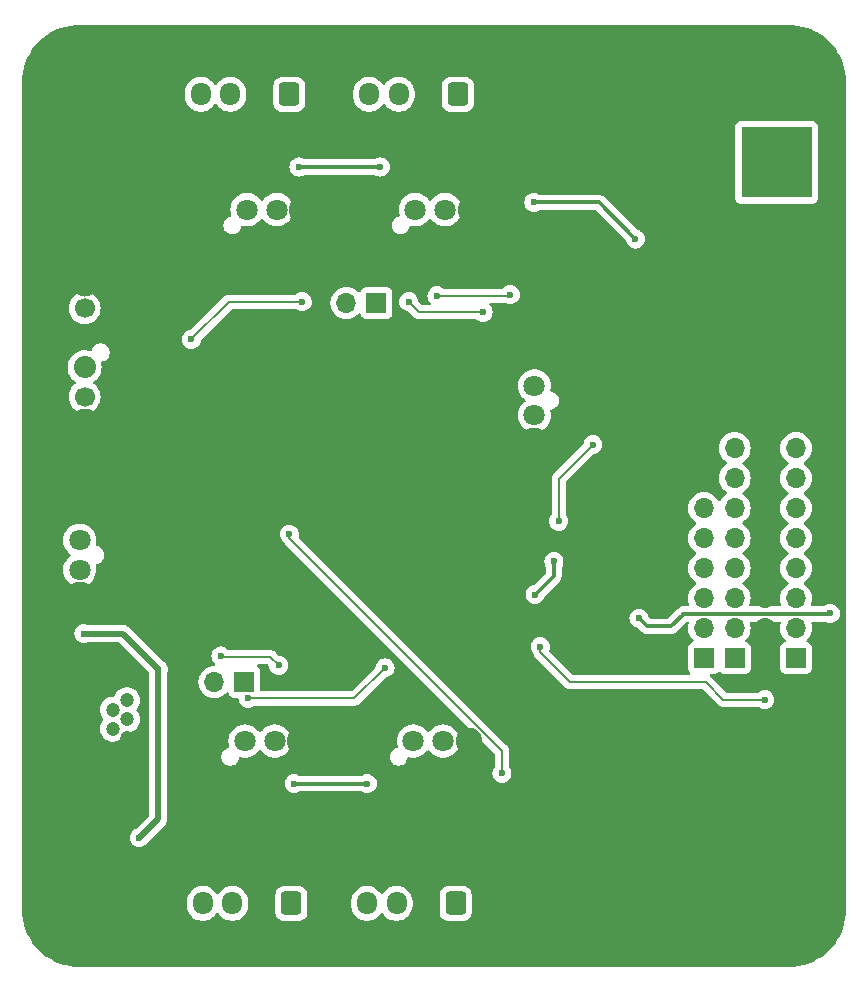
<source format=gbr>
%TF.GenerationSoftware,KiCad,Pcbnew,8.0.7*%
%TF.CreationDate,2025-04-09T11:56:33+02:00*%
%TF.ProjectId,PCB_CDFR,5043425f-4344-4465-922e-6b696361645f,rev?*%
%TF.SameCoordinates,Original*%
%TF.FileFunction,Copper,L2,Bot*%
%TF.FilePolarity,Positive*%
%FSLAX46Y46*%
G04 Gerber Fmt 4.6, Leading zero omitted, Abs format (unit mm)*
G04 Created by KiCad (PCBNEW 8.0.7) date 2025-04-09 11:56:33*
%MOMM*%
%LPD*%
G01*
G04 APERTURE LIST*
G04 Aperture macros list*
%AMRoundRect*
0 Rectangle with rounded corners*
0 $1 Rounding radius*
0 $2 $3 $4 $5 $6 $7 $8 $9 X,Y pos of 4 corners*
0 Add a 4 corners polygon primitive as box body*
4,1,4,$2,$3,$4,$5,$6,$7,$8,$9,$2,$3,0*
0 Add four circle primitives for the rounded corners*
1,1,$1+$1,$2,$3*
1,1,$1+$1,$4,$5*
1,1,$1+$1,$6,$7*
1,1,$1+$1,$8,$9*
0 Add four rect primitives between the rounded corners*
20,1,$1+$1,$2,$3,$4,$5,0*
20,1,$1+$1,$4,$5,$6,$7,0*
20,1,$1+$1,$6,$7,$8,$9,0*
20,1,$1+$1,$8,$9,$2,$3,0*%
G04 Aperture macros list end*
%TA.AperFunction,HeatsinkPad*%
%ADD10C,0.600000*%
%TD*%
%TA.AperFunction,ComponentPad*%
%ADD11R,1.700000X1.700000*%
%TD*%
%TA.AperFunction,ComponentPad*%
%ADD12O,1.700000X1.700000*%
%TD*%
%TA.AperFunction,ComponentPad*%
%ADD13C,3.600000*%
%TD*%
%TA.AperFunction,ConnectorPad*%
%ADD14C,6.400000*%
%TD*%
%TA.AperFunction,ComponentPad*%
%ADD15RoundRect,0.250000X0.600000X0.725000X-0.600000X0.725000X-0.600000X-0.725000X0.600000X-0.725000X0*%
%TD*%
%TA.AperFunction,ComponentPad*%
%ADD16O,1.700000X1.950000*%
%TD*%
%TA.AperFunction,ComponentPad*%
%ADD17C,1.800000*%
%TD*%
%TA.AperFunction,ComponentPad*%
%ADD18C,2.250000*%
%TD*%
%TA.AperFunction,ComponentPad*%
%ADD19C,1.200000*%
%TD*%
%TA.AperFunction,ComponentPad*%
%ADD20C,3.030000*%
%TD*%
%TA.AperFunction,ComponentPad*%
%ADD21C,6.000000*%
%TD*%
%TA.AperFunction,ComponentPad*%
%ADD22R,6.000000X6.000000*%
%TD*%
%TA.AperFunction,ComponentPad*%
%ADD23C,1.700000*%
%TD*%
%TA.AperFunction,ComponentPad*%
%ADD24C,1.875000*%
%TD*%
%TA.AperFunction,ComponentPad*%
%ADD25C,2.300000*%
%TD*%
%TA.AperFunction,ViaPad*%
%ADD26C,0.600000*%
%TD*%
%TA.AperFunction,Conductor*%
%ADD27C,0.200000*%
%TD*%
%TA.AperFunction,Conductor*%
%ADD28C,0.300000*%
%TD*%
%TA.AperFunction,Conductor*%
%ADD29C,0.500000*%
%TD*%
G04 APERTURE END LIST*
D10*
%TO.P,U2,41,GND*%
%TO.N,GND*%
X106850000Y-65760000D03*
X106850000Y-67160000D03*
X107550000Y-65060000D03*
X107550000Y-66460000D03*
X107550000Y-67860000D03*
X108250000Y-65760000D03*
X108250000Y-67160000D03*
X108950000Y-65060000D03*
X108950000Y-66460000D03*
X108950000Y-67860000D03*
X109650000Y-65760000D03*
X109650000Y-67160000D03*
%TD*%
D11*
%TO.P,FREE_PIN_1,1,Pin_1*%
%TO.N,Net-(FREE_PIN_1-Pin_1)*%
X139600000Y-77975000D03*
D12*
%TO.P,FREE_PIN_1,2,Pin_2*%
%TO.N,Net-(FREE_PIN_1-Pin_2)*%
X139600000Y-75435000D03*
%TO.P,FREE_PIN_1,3,Pin_3*%
%TO.N,Net-(FREE_PIN_1-Pin_3)*%
X139600000Y-72895000D03*
%TO.P,FREE_PIN_1,4,Pin_4*%
%TO.N,Net-(FREE_PIN_1-Pin_4)*%
X139600000Y-70355000D03*
%TO.P,FREE_PIN_1,5,Pin_5*%
%TO.N,Net-(FREE_PIN_1-Pin_5)*%
X139600000Y-67815000D03*
%TO.P,FREE_PIN_1,6,Pin_6*%
%TO.N,Net-(FREE_PIN_1-Pin_6)*%
X139600000Y-65275000D03*
%TD*%
D11*
%TO.P,GND_1,1,Pin_1*%
%TO.N,GND*%
X144800000Y-77975000D03*
D12*
%TO.P,GND_1,2,Pin_2*%
X144800000Y-75435000D03*
%TO.P,GND_1,3,Pin_3*%
X144800000Y-72895000D03*
%TO.P,GND_1,4,Pin_4*%
X144800000Y-70355000D03*
%TO.P,GND_1,5,Pin_5*%
X144800000Y-67815000D03*
%TO.P,GND_1,6,Pin_6*%
X144800000Y-65275000D03*
%TO.P,GND_1,7,Pin_7*%
X144800000Y-62735000D03*
%TO.P,GND_1,8,Pin_8*%
X144800000Y-60195000D03*
%TD*%
D11*
%TO.P,FREE_PIN_3,1,Pin_1*%
%TO.N,Net-(FREE_PIN_3-Pin_1)*%
X100700000Y-80000000D03*
D12*
%TO.P,FREE_PIN_3,2,Pin_2*%
%TO.N,Net-(FREE_PIN_3-Pin_2)*%
X98160000Y-80000000D03*
%TD*%
D13*
%TO.P,H3,1,1*%
%TO.N,GND*%
X86500000Y-99000000D03*
D14*
X86500000Y-99000000D03*
%TD*%
D15*
%TO.P,ENC4,1,Pin_1*%
%TO.N,+5V*%
X118580000Y-98750000D03*
D16*
%TO.P,ENC4,2,Pin_2*%
%TO.N,GND*%
X116080000Y-98750000D03*
%TO.P,ENC4,3,Pin_3*%
%TO.N,E4PWM*%
X113580000Y-98750000D03*
%TO.P,ENC4,4,Pin_4*%
%TO.N,E4DIR*%
X111080000Y-98750000D03*
%TD*%
D17*
%TO.P,UART_HEDGEHOG1,1,1*%
%TO.N,RX1*%
X125250000Y-57420000D03*
%TO.P,UART_HEDGEHOG1,2,2*%
%TO.N,TX1*%
X125250000Y-54920000D03*
%TO.P,UART_HEDGEHOG1,3,3*%
%TO.N,GND*%
X125250000Y-52420000D03*
D18*
%TO.P,UART_HEDGEHOG1,MH1,MH1*%
X125250000Y-59590000D03*
%TO.P,UART_HEDGEHOG1,MH2,MH2*%
X125250000Y-50250000D03*
%TD*%
D15*
%TO.P,ENC1,1,Pin_1*%
%TO.N,+5V*%
X104500000Y-30250000D03*
D16*
%TO.P,ENC1,2,Pin_2*%
%TO.N,GND*%
X102000000Y-30250000D03*
%TO.P,ENC1,3,Pin_3*%
%TO.N,E1PWM*%
X99500000Y-30250000D03*
%TO.P,ENC1,4,Pin_4*%
%TO.N,E1DIR*%
X97000000Y-30250000D03*
%TD*%
D19*
%TO.P,MINIUSB1,1,1*%
%TO.N,+5V*%
X90750000Y-81550000D03*
%TO.P,MINIUSB1,2,2*%
%TO.N,D-*%
X89550000Y-82350000D03*
%TO.P,MINIUSB1,3,3*%
%TO.N,D+*%
X90750000Y-83150000D03*
%TO.P,MINIUSB1,4,4*%
%TO.N,unconnected-(MINIUSB1-Pad4)*%
X89550000Y-83950000D03*
%TO.P,MINIUSB1,5,5*%
%TO.N,GND*%
X90750000Y-84750000D03*
D20*
%TO.P,MINIUSB1,MH1,MH1*%
X85700000Y-79500000D03*
%TO.P,MINIUSB1,MH2,MH2*%
X85700000Y-86800000D03*
%TD*%
D17*
%TO.P,MOTOR2,1,1*%
%TO.N,GND*%
X112670000Y-40000000D03*
%TO.P,MOTOR2,2,2*%
%TO.N,+3V3*%
X115170000Y-40000000D03*
%TO.P,MOTOR2,3,3*%
%TO.N,M2PWM*%
X117670000Y-40000000D03*
D18*
%TO.P,MOTOR2,MH1,MH1*%
%TO.N,GND*%
X110500000Y-40000000D03*
%TO.P,MOTOR2,MH2,MH2*%
X119840000Y-40000000D03*
%TD*%
D11*
%TO.P,5V_1,1,Pin_1*%
%TO.N,+5V*%
X142200000Y-77975000D03*
D12*
%TO.P,5V_1,2,Pin_2*%
X142200000Y-75435000D03*
%TO.P,5V_1,3,Pin_3*%
X142200000Y-72895000D03*
%TO.P,5V_1,4,Pin_4*%
X142200000Y-70355000D03*
%TO.P,5V_1,5,Pin_5*%
X142200000Y-67815000D03*
%TO.P,5V_1,6,Pin_6*%
X142200000Y-65275000D03*
%TO.P,5V_1,7,Pin_7*%
X142200000Y-62735000D03*
%TO.P,5V_1,8,Pin_8*%
X142200000Y-60195000D03*
%TD*%
D15*
%TO.P,ENC2,1,Pin_1*%
%TO.N,+5V*%
X118750000Y-30250000D03*
D16*
%TO.P,ENC2,2,Pin_2*%
%TO.N,GND*%
X116250000Y-30250000D03*
%TO.P,ENC2,3,Pin_3*%
%TO.N,E2PWM*%
X113750000Y-30250000D03*
%TO.P,ENC2,4,Pin_4*%
%TO.N,E2DIR*%
X111250000Y-30250000D03*
%TD*%
D13*
%TO.P,H1,1,1*%
%TO.N,GND*%
X86500000Y-29000000D03*
D14*
X86500000Y-29000000D03*
%TD*%
D17*
%TO.P,MOTOR1,1,1*%
%TO.N,GND*%
X98420000Y-40000000D03*
%TO.P,MOTOR1,2,2*%
%TO.N,+3V3*%
X100920000Y-40000000D03*
%TO.P,MOTOR1,3,3*%
%TO.N,M1PWM*%
X103420000Y-40000000D03*
D18*
%TO.P,MOTOR1,MH1,MH1*%
%TO.N,GND*%
X96250000Y-40000000D03*
%TO.P,MOTOR1,MH2,MH2*%
X105590000Y-40000000D03*
%TD*%
D13*
%TO.P,H2,1,1*%
%TO.N,GND*%
X136000000Y-29000000D03*
D14*
X136000000Y-29000000D03*
%TD*%
D21*
%TO.P,POWER_1,N,NEG*%
%TO.N,GND*%
X145750000Y-28800000D03*
D22*
%TO.P,POWER_1,P,POS*%
%TO.N,VCC*%
X145750000Y-36000000D03*
%TD*%
D11*
%TO.P,3V3_1,1,Pin_1*%
%TO.N,+3V3*%
X147400000Y-77975000D03*
D12*
%TO.P,3V3_1,2,Pin_2*%
X147400000Y-75435000D03*
%TO.P,3V3_1,3,Pin_3*%
X147400000Y-72895000D03*
%TO.P,3V3_1,4,Pin_4*%
X147400000Y-70355000D03*
%TO.P,3V3_1,5,Pin_5*%
X147400000Y-67815000D03*
%TO.P,3V3_1,6,Pin_6*%
X147400000Y-65275000D03*
%TO.P,3V3_1,7,Pin_7*%
X147400000Y-62735000D03*
%TO.P,3V3_1,8,Pin_8*%
X147400000Y-60195000D03*
%TD*%
D13*
%TO.P,H4,1,1*%
%TO.N,GND*%
X140000000Y-99000000D03*
D14*
X140000000Y-99000000D03*
%TD*%
D17*
%TO.P,URGENCE1,1,1*%
%TO.N,URGENCE1*%
X86750000Y-70500000D03*
%TO.P,URGENCE1,2,2*%
%TO.N,+5V*%
X86750000Y-68000000D03*
%TO.P,URGENCE1,3,3*%
%TO.N,GND*%
X86750000Y-65500000D03*
D18*
%TO.P,URGENCE1,MH1,MH1*%
X86750000Y-72670000D03*
%TO.P,URGENCE1,MH2,MH2*%
X86750000Y-63330000D03*
%TD*%
D11*
%TO.P,FREE_PIN_2,1,Pin_1*%
%TO.N,Net-(FREE_PIN_2-Pin_1)*%
X111875000Y-47900000D03*
D12*
%TO.P,FREE_PIN_2,2,Pin_2*%
%TO.N,Net-(FREE_PIN_2-Pin_2)*%
X109335000Y-47900000D03*
%TD*%
D23*
%TO.P,UART_LIDAR1,1,1*%
%TO.N,RX2*%
X87160000Y-55850000D03*
D24*
%TO.P,UART_LIDAR1,2,2*%
%TO.N,TX2*%
X87160000Y-53350000D03*
%TO.P,UART_LIDAR1,3,3*%
%TO.N,GND*%
X87160000Y-50850000D03*
D23*
%TO.P,UART_LIDAR1,4,4*%
%TO.N,+5V*%
X87160000Y-48350000D03*
D25*
%TO.P,UART_LIDAR1,MH1,MH1*%
%TO.N,GND*%
X87160000Y-58020000D03*
%TO.P,UART_LIDAR1,MH2,MH2*%
X87160000Y-46180000D03*
%TD*%
D17*
%TO.P,MOTOR3,1,1*%
%TO.N,GND*%
X98250000Y-85000000D03*
%TO.P,MOTOR3,2,2*%
%TO.N,+3V3*%
X100750000Y-85000000D03*
%TO.P,MOTOR3,3,3*%
%TO.N,M3PWM*%
X103250000Y-85000000D03*
D18*
%TO.P,MOTOR3,MH1,MH1*%
%TO.N,GND*%
X96080000Y-85000000D03*
%TO.P,MOTOR3,MH2,MH2*%
X105420000Y-85000000D03*
%TD*%
D15*
%TO.P,ENC3,1,Pin_1*%
%TO.N,+5V*%
X104670000Y-98750000D03*
D16*
%TO.P,ENC3,2,Pin_2*%
%TO.N,GND*%
X102170000Y-98750000D03*
%TO.P,ENC3,3,Pin_3*%
%TO.N,E3PWM*%
X99670000Y-98750000D03*
%TO.P,ENC3,4,Pin_4*%
%TO.N,E3DIR*%
X97170000Y-98750000D03*
%TD*%
D17*
%TO.P,MOTOR4,1,1*%
%TO.N,GND*%
X112500000Y-85000000D03*
%TO.P,MOTOR4,2,2*%
%TO.N,+3V3*%
X115000000Y-85000000D03*
%TO.P,MOTOR4,3,3*%
%TO.N,M4PWM*%
X117500000Y-85000000D03*
D18*
%TO.P,MOTOR4,MH1,MH1*%
%TO.N,GND*%
X110330000Y-85000000D03*
%TO.P,MOTOR4,MH2,MH2*%
X119670000Y-85000000D03*
%TD*%
D26*
%TO.N,GND*%
X140700000Y-38500000D03*
X121100000Y-72600000D03*
X143200000Y-45600000D03*
X132700000Y-72900000D03*
%TO.N,EN*%
X122500000Y-87750000D03*
X104500000Y-67500000D03*
%TO.N,+3V3*%
X117000000Y-47300000D03*
X125300000Y-72600000D03*
X105300000Y-36400000D03*
X104900000Y-88600000D03*
X123200000Y-47200000D03*
X126900000Y-69800000D03*
X111100000Y-88600000D03*
X130200000Y-59900000D03*
X150300000Y-74200000D03*
X112200000Y-36400000D03*
X134100000Y-74600000D03*
X127300000Y-66400000D03*
%TO.N,+5V*%
X125200000Y-39400000D03*
X93400000Y-78900000D03*
X91800000Y-93200000D03*
X87100000Y-75900000D03*
X133800000Y-42500000D03*
%TO.N,Net-(FREE_PIN_3-Pin_2)*%
X103600000Y-78600000D03*
X98700000Y-77800000D03*
%TO.N,Net-(FREE_PIN_2-Pin_1)*%
X120900000Y-48700000D03*
X114600000Y-47800000D03*
%TO.N,Net-(FREE_PIN_2-Pin_2)*%
X96200000Y-51000000D03*
X105600000Y-47800000D03*
%TO.N,Net-(FREE_PIN_3-Pin_1)*%
X112600000Y-78800000D03*
X101000000Y-81400000D03*
%TO.N,BOOT*%
X144750000Y-81500000D03*
X125750000Y-77000000D03*
%TD*%
D27*
%TO.N,EN*%
X104500000Y-67500000D02*
X104500000Y-67814745D01*
X122500000Y-85814745D02*
X122500000Y-87750000D01*
X104500000Y-67814745D02*
X122500000Y-85814745D01*
D28*
%TO.N,+3V3*%
X137865000Y-74235000D02*
X150265000Y-74235000D01*
X134100000Y-74600000D02*
X134800000Y-75300000D01*
X150265000Y-74235000D02*
X150300000Y-74200000D01*
X104900000Y-88600000D02*
X111100000Y-88600000D01*
X134800000Y-75300000D02*
X135600000Y-75300000D01*
X135600000Y-75300000D02*
X135500000Y-75300000D01*
X105300000Y-36400000D02*
X112200000Y-36400000D01*
X125300000Y-72600000D02*
X126900000Y-71000000D01*
X136800000Y-75300000D02*
X137800000Y-74300000D01*
D27*
X127300000Y-62800000D02*
X127300000Y-66400000D01*
D28*
X137800000Y-74300000D02*
X137865000Y-74235000D01*
D27*
X123100000Y-47300000D02*
X123200000Y-47200000D01*
D28*
X126900000Y-71000000D02*
X126900000Y-69800000D01*
X135500000Y-75300000D02*
X136800000Y-75300000D01*
D27*
X117000000Y-47300000D02*
X123100000Y-47300000D01*
X130200000Y-59900000D02*
X127300000Y-62800000D01*
D29*
%TO.N,+5V*%
X90400000Y-75900000D02*
X87100000Y-75900000D01*
X93400000Y-91600000D02*
X91800000Y-93200000D01*
X93400000Y-78900000D02*
X93400000Y-91600000D01*
X93400000Y-78900000D02*
X90400000Y-75900000D01*
D28*
X133800000Y-42500000D02*
X130700000Y-39400000D01*
X130700000Y-39400000D02*
X125200000Y-39400000D01*
D27*
%TO.N,Net-(FREE_PIN_3-Pin_2)*%
X102900000Y-77900000D02*
X103600000Y-78600000D01*
X98700000Y-77800000D02*
X98800000Y-77900000D01*
X98800000Y-77900000D02*
X102900000Y-77900000D01*
%TO.N,Net-(FREE_PIN_2-Pin_1)*%
X120900000Y-48700000D02*
X115500000Y-48700000D01*
X115500000Y-48700000D02*
X114600000Y-47800000D01*
%TO.N,Net-(FREE_PIN_2-Pin_2)*%
X96200000Y-51000000D02*
X99400000Y-47800000D01*
X99400000Y-47800000D02*
X105600000Y-47800000D01*
%TO.N,Net-(FREE_PIN_3-Pin_1)*%
X110000000Y-81400000D02*
X101000000Y-81400000D01*
X112600000Y-78800000D02*
X110000000Y-81400000D01*
%TO.N,BOOT*%
X135250000Y-80000000D02*
X128250000Y-80000000D01*
X125750000Y-77500000D02*
X125750000Y-77000000D01*
X139750000Y-80000000D02*
X135250000Y-80000000D01*
X144750000Y-81500000D02*
X141250000Y-81500000D01*
X141250000Y-81500000D02*
X139750000Y-80000000D01*
X128250000Y-80000000D02*
X125750000Y-77500000D01*
%TD*%
%TA.AperFunction,Conductor*%
%TO.N,GND*%
G36*
X146752702Y-24350617D02*
G01*
X147171634Y-24368908D01*
X147182369Y-24369848D01*
X147595430Y-24424228D01*
X147606056Y-24426101D01*
X148012816Y-24516278D01*
X148023228Y-24519067D01*
X148420582Y-24644353D01*
X148430717Y-24648042D01*
X148815625Y-24807477D01*
X148825416Y-24812043D01*
X148926472Y-24864649D01*
X149194942Y-25004406D01*
X149204310Y-25009814D01*
X149555675Y-25233658D01*
X149564536Y-25239863D01*
X149895045Y-25493471D01*
X149903332Y-25500425D01*
X150210478Y-25781872D01*
X150218127Y-25789521D01*
X150499574Y-26096667D01*
X150506528Y-26104954D01*
X150760136Y-26435463D01*
X150766341Y-26444324D01*
X150990185Y-26795689D01*
X150995593Y-26805057D01*
X151187953Y-27174576D01*
X151192525Y-27184380D01*
X151351951Y-27569267D01*
X151355651Y-27579432D01*
X151480926Y-27976752D01*
X151483726Y-27987202D01*
X151573895Y-28393930D01*
X151575773Y-28404583D01*
X151630149Y-28817610D01*
X151631092Y-28828386D01*
X151649382Y-29247297D01*
X151649500Y-29252706D01*
X151649500Y-99247293D01*
X151649382Y-99252702D01*
X151631092Y-99671613D01*
X151630149Y-99682389D01*
X151575773Y-100095416D01*
X151573895Y-100106069D01*
X151483726Y-100512797D01*
X151480926Y-100523247D01*
X151355651Y-100920567D01*
X151351951Y-100930732D01*
X151192525Y-101315619D01*
X151187953Y-101325423D01*
X150995593Y-101694942D01*
X150990185Y-101704310D01*
X150766341Y-102055675D01*
X150760136Y-102064536D01*
X150506528Y-102395045D01*
X150499574Y-102403332D01*
X150218127Y-102710478D01*
X150210478Y-102718127D01*
X149903332Y-102999574D01*
X149895045Y-103006528D01*
X149564536Y-103260136D01*
X149555675Y-103266341D01*
X149204310Y-103490185D01*
X149194942Y-103495593D01*
X148825423Y-103687953D01*
X148815619Y-103692525D01*
X148430732Y-103851951D01*
X148420567Y-103855651D01*
X148023247Y-103980926D01*
X148012797Y-103983726D01*
X147606069Y-104073895D01*
X147595416Y-104075773D01*
X147182389Y-104130149D01*
X147171613Y-104131092D01*
X146752703Y-104149382D01*
X146747294Y-104149500D01*
X86752706Y-104149500D01*
X86747297Y-104149382D01*
X86328386Y-104131092D01*
X86317610Y-104130149D01*
X85904583Y-104075773D01*
X85893930Y-104073895D01*
X85586064Y-104005643D01*
X85487199Y-103983725D01*
X85476756Y-103980927D01*
X85079430Y-103855650D01*
X85069267Y-103851951D01*
X84684380Y-103692525D01*
X84674576Y-103687953D01*
X84305057Y-103495593D01*
X84295689Y-103490185D01*
X83944324Y-103266341D01*
X83935463Y-103260136D01*
X83604954Y-103006528D01*
X83596667Y-102999574D01*
X83289521Y-102718127D01*
X83281872Y-102710478D01*
X83000425Y-102403332D01*
X82993471Y-102395045D01*
X82739863Y-102064536D01*
X82733658Y-102055675D01*
X82509814Y-101704310D01*
X82504406Y-101694942D01*
X82312046Y-101325423D01*
X82307474Y-101315619D01*
X82148042Y-100930717D01*
X82144353Y-100920582D01*
X82019067Y-100523228D01*
X82016278Y-100512816D01*
X81926101Y-100106056D01*
X81924228Y-100095430D01*
X81869848Y-99682369D01*
X81868908Y-99671632D01*
X81850618Y-99252701D01*
X81850500Y-99247293D01*
X81850500Y-98518713D01*
X95819500Y-98518713D01*
X95819500Y-98981287D01*
X95852754Y-99191243D01*
X95872723Y-99252702D01*
X95918444Y-99393414D01*
X96014951Y-99582820D01*
X96139890Y-99754786D01*
X96290213Y-99905109D01*
X96462179Y-100030048D01*
X96462181Y-100030049D01*
X96462184Y-100030051D01*
X96651588Y-100126557D01*
X96853757Y-100192246D01*
X97063713Y-100225500D01*
X97063714Y-100225500D01*
X97276286Y-100225500D01*
X97276287Y-100225500D01*
X97486243Y-100192246D01*
X97688412Y-100126557D01*
X97877816Y-100030051D01*
X97899789Y-100014086D01*
X98049786Y-99905109D01*
X98049788Y-99905106D01*
X98049792Y-99905104D01*
X98200104Y-99754792D01*
X98319683Y-99590204D01*
X98375011Y-99547540D01*
X98444624Y-99541561D01*
X98506420Y-99574166D01*
X98520313Y-99590199D01*
X98583392Y-99677020D01*
X98639896Y-99754792D01*
X98790213Y-99905109D01*
X98962179Y-100030048D01*
X98962181Y-100030049D01*
X98962184Y-100030051D01*
X99151588Y-100126557D01*
X99353757Y-100192246D01*
X99563713Y-100225500D01*
X99563714Y-100225500D01*
X99776286Y-100225500D01*
X99776287Y-100225500D01*
X99986243Y-100192246D01*
X100188412Y-100126557D01*
X100377816Y-100030051D01*
X100399789Y-100014086D01*
X100549786Y-99905109D01*
X100549788Y-99905106D01*
X100549792Y-99905104D01*
X100700104Y-99754792D01*
X100700106Y-99754788D01*
X100700109Y-99754786D01*
X100825048Y-99582820D01*
X100825047Y-99582820D01*
X100825051Y-99582816D01*
X100921557Y-99393412D01*
X100987246Y-99191243D01*
X101020500Y-98981287D01*
X101020500Y-98518713D01*
X100987246Y-98308757D01*
X100921557Y-98106588D01*
X100854501Y-97974983D01*
X103319500Y-97974983D01*
X103319500Y-99525001D01*
X103319501Y-99525018D01*
X103330000Y-99627796D01*
X103330001Y-99627799D01*
X103348091Y-99682389D01*
X103385186Y-99794334D01*
X103477288Y-99943656D01*
X103601344Y-100067712D01*
X103750666Y-100159814D01*
X103917203Y-100214999D01*
X104019991Y-100225500D01*
X105320008Y-100225499D01*
X105422797Y-100214999D01*
X105589334Y-100159814D01*
X105738656Y-100067712D01*
X105862712Y-99943656D01*
X105954814Y-99794334D01*
X106009999Y-99627797D01*
X106020500Y-99525009D01*
X106020499Y-98518713D01*
X109729500Y-98518713D01*
X109729500Y-98981287D01*
X109762754Y-99191243D01*
X109782723Y-99252702D01*
X109828444Y-99393414D01*
X109924951Y-99582820D01*
X110049890Y-99754786D01*
X110200213Y-99905109D01*
X110372179Y-100030048D01*
X110372181Y-100030049D01*
X110372184Y-100030051D01*
X110561588Y-100126557D01*
X110763757Y-100192246D01*
X110973713Y-100225500D01*
X110973714Y-100225500D01*
X111186286Y-100225500D01*
X111186287Y-100225500D01*
X111396243Y-100192246D01*
X111598412Y-100126557D01*
X111787816Y-100030051D01*
X111809789Y-100014086D01*
X111959786Y-99905109D01*
X111959788Y-99905106D01*
X111959792Y-99905104D01*
X112110104Y-99754792D01*
X112229683Y-99590204D01*
X112285011Y-99547540D01*
X112354624Y-99541561D01*
X112416420Y-99574166D01*
X112430313Y-99590199D01*
X112493392Y-99677020D01*
X112549896Y-99754792D01*
X112700213Y-99905109D01*
X112872179Y-100030048D01*
X112872181Y-100030049D01*
X112872184Y-100030051D01*
X113061588Y-100126557D01*
X113263757Y-100192246D01*
X113473713Y-100225500D01*
X113473714Y-100225500D01*
X113686286Y-100225500D01*
X113686287Y-100225500D01*
X113896243Y-100192246D01*
X114098412Y-100126557D01*
X114287816Y-100030051D01*
X114309789Y-100014086D01*
X114459786Y-99905109D01*
X114459788Y-99905106D01*
X114459792Y-99905104D01*
X114610104Y-99754792D01*
X114610106Y-99754788D01*
X114610109Y-99754786D01*
X114735048Y-99582820D01*
X114735047Y-99582820D01*
X114735051Y-99582816D01*
X114831557Y-99393412D01*
X114897246Y-99191243D01*
X114930500Y-98981287D01*
X114930500Y-98518713D01*
X114897246Y-98308757D01*
X114831557Y-98106588D01*
X114764501Y-97974983D01*
X117229500Y-97974983D01*
X117229500Y-99525001D01*
X117229501Y-99525018D01*
X117240000Y-99627796D01*
X117240001Y-99627799D01*
X117258091Y-99682389D01*
X117295186Y-99794334D01*
X117387288Y-99943656D01*
X117511344Y-100067712D01*
X117660666Y-100159814D01*
X117827203Y-100214999D01*
X117929991Y-100225500D01*
X119230008Y-100225499D01*
X119332797Y-100214999D01*
X119499334Y-100159814D01*
X119648656Y-100067712D01*
X119772712Y-99943656D01*
X119864814Y-99794334D01*
X119919999Y-99627797D01*
X119930500Y-99525009D01*
X119930499Y-97974992D01*
X119919999Y-97872203D01*
X119864814Y-97705666D01*
X119772712Y-97556344D01*
X119648656Y-97432288D01*
X119499334Y-97340186D01*
X119332797Y-97285001D01*
X119332795Y-97285000D01*
X119230010Y-97274500D01*
X117929998Y-97274500D01*
X117929981Y-97274501D01*
X117827203Y-97285000D01*
X117827200Y-97285001D01*
X117660668Y-97340185D01*
X117660663Y-97340187D01*
X117511342Y-97432289D01*
X117387289Y-97556342D01*
X117295187Y-97705663D01*
X117295186Y-97705666D01*
X117240001Y-97872203D01*
X117240001Y-97872204D01*
X117240000Y-97872204D01*
X117229500Y-97974983D01*
X114764501Y-97974983D01*
X114735051Y-97917184D01*
X114735049Y-97917181D01*
X114735048Y-97917179D01*
X114610109Y-97745213D01*
X114459786Y-97594890D01*
X114287820Y-97469951D01*
X114098414Y-97373444D01*
X114098413Y-97373443D01*
X114098412Y-97373443D01*
X113896243Y-97307754D01*
X113896241Y-97307753D01*
X113896240Y-97307753D01*
X113734957Y-97282208D01*
X113686287Y-97274500D01*
X113473713Y-97274500D01*
X113425042Y-97282208D01*
X113263760Y-97307753D01*
X113061585Y-97373444D01*
X112872179Y-97469951D01*
X112700213Y-97594890D01*
X112549894Y-97745209D01*
X112549890Y-97745214D01*
X112430318Y-97909793D01*
X112374989Y-97952459D01*
X112305375Y-97958438D01*
X112243580Y-97925833D01*
X112229682Y-97909793D01*
X112110109Y-97745214D01*
X112110105Y-97745209D01*
X111959786Y-97594890D01*
X111787820Y-97469951D01*
X111598414Y-97373444D01*
X111598413Y-97373443D01*
X111598412Y-97373443D01*
X111396243Y-97307754D01*
X111396241Y-97307753D01*
X111396240Y-97307753D01*
X111234957Y-97282208D01*
X111186287Y-97274500D01*
X110973713Y-97274500D01*
X110925042Y-97282208D01*
X110763760Y-97307753D01*
X110561585Y-97373444D01*
X110372179Y-97469951D01*
X110200213Y-97594890D01*
X110049890Y-97745213D01*
X109924951Y-97917179D01*
X109828444Y-98106585D01*
X109762753Y-98308760D01*
X109729500Y-98518713D01*
X106020499Y-98518713D01*
X106020499Y-97974992D01*
X106009999Y-97872203D01*
X105954814Y-97705666D01*
X105862712Y-97556344D01*
X105738656Y-97432288D01*
X105589334Y-97340186D01*
X105422797Y-97285001D01*
X105422795Y-97285000D01*
X105320010Y-97274500D01*
X104019998Y-97274500D01*
X104019981Y-97274501D01*
X103917203Y-97285000D01*
X103917200Y-97285001D01*
X103750668Y-97340185D01*
X103750663Y-97340187D01*
X103601342Y-97432289D01*
X103477289Y-97556342D01*
X103385187Y-97705663D01*
X103385186Y-97705666D01*
X103330001Y-97872203D01*
X103330001Y-97872204D01*
X103330000Y-97872204D01*
X103319500Y-97974983D01*
X100854501Y-97974983D01*
X100825051Y-97917184D01*
X100825049Y-97917181D01*
X100825048Y-97917179D01*
X100700109Y-97745213D01*
X100549786Y-97594890D01*
X100377820Y-97469951D01*
X100188414Y-97373444D01*
X100188413Y-97373443D01*
X100188412Y-97373443D01*
X99986243Y-97307754D01*
X99986241Y-97307753D01*
X99986240Y-97307753D01*
X99824957Y-97282208D01*
X99776287Y-97274500D01*
X99563713Y-97274500D01*
X99515042Y-97282208D01*
X99353760Y-97307753D01*
X99151585Y-97373444D01*
X98962179Y-97469951D01*
X98790213Y-97594890D01*
X98639894Y-97745209D01*
X98639890Y-97745214D01*
X98520318Y-97909793D01*
X98464989Y-97952459D01*
X98395375Y-97958438D01*
X98333580Y-97925833D01*
X98319682Y-97909793D01*
X98200109Y-97745214D01*
X98200105Y-97745209D01*
X98049786Y-97594890D01*
X97877820Y-97469951D01*
X97688414Y-97373444D01*
X97688413Y-97373443D01*
X97688412Y-97373443D01*
X97486243Y-97307754D01*
X97486241Y-97307753D01*
X97486240Y-97307753D01*
X97324957Y-97282208D01*
X97276287Y-97274500D01*
X97063713Y-97274500D01*
X97015042Y-97282208D01*
X96853760Y-97307753D01*
X96651585Y-97373444D01*
X96462179Y-97469951D01*
X96290213Y-97594890D01*
X96139890Y-97745213D01*
X96014951Y-97917179D01*
X95918444Y-98106585D01*
X95852753Y-98308760D01*
X95819500Y-98518713D01*
X81850500Y-98518713D01*
X81850500Y-82349999D01*
X88444785Y-82349999D01*
X88444785Y-82350000D01*
X88463602Y-82553082D01*
X88519417Y-82749247D01*
X88519422Y-82749260D01*
X88610328Y-82931824D01*
X88718656Y-83075274D01*
X88743348Y-83140635D01*
X88728783Y-83208970D01*
X88718656Y-83224726D01*
X88610328Y-83368175D01*
X88519422Y-83550739D01*
X88519417Y-83550752D01*
X88463602Y-83746917D01*
X88444785Y-83949999D01*
X88444785Y-83950000D01*
X88463602Y-84153082D01*
X88491723Y-84251914D01*
X88519418Y-84349250D01*
X88519418Y-84349251D01*
X88519422Y-84349260D01*
X88610327Y-84531821D01*
X88733237Y-84694581D01*
X88883958Y-84831980D01*
X88883960Y-84831982D01*
X88983141Y-84893392D01*
X89057363Y-84939348D01*
X89247544Y-85013024D01*
X89448024Y-85050500D01*
X89448026Y-85050500D01*
X89651974Y-85050500D01*
X89651976Y-85050500D01*
X89852456Y-85013024D01*
X90042637Y-84939348D01*
X90216041Y-84831981D01*
X90366764Y-84694579D01*
X90489673Y-84531821D01*
X90580582Y-84349250D01*
X90583054Y-84340563D01*
X90620335Y-84281471D01*
X90683645Y-84251914D01*
X90702320Y-84250500D01*
X90851974Y-84250500D01*
X90851976Y-84250500D01*
X91052456Y-84213024D01*
X91242637Y-84139348D01*
X91416041Y-84031981D01*
X91566764Y-83894579D01*
X91689673Y-83731821D01*
X91780582Y-83549250D01*
X91836397Y-83353083D01*
X91855215Y-83150000D01*
X91836397Y-82946917D01*
X91780582Y-82750750D01*
X91779840Y-82749260D01*
X91736272Y-82661764D01*
X91689673Y-82568179D01*
X91581342Y-82424726D01*
X91556651Y-82359366D01*
X91571216Y-82291031D01*
X91581343Y-82275273D01*
X91689673Y-82131821D01*
X91780582Y-81949250D01*
X91836397Y-81753083D01*
X91855215Y-81550000D01*
X91836397Y-81346917D01*
X91780582Y-81150750D01*
X91751491Y-81092328D01*
X91724685Y-81038493D01*
X91689673Y-80968179D01*
X91618352Y-80873734D01*
X91566762Y-80805418D01*
X91416041Y-80668019D01*
X91416039Y-80668017D01*
X91242642Y-80560655D01*
X91242635Y-80560651D01*
X91147546Y-80523814D01*
X91052456Y-80486976D01*
X90851976Y-80449500D01*
X90648024Y-80449500D01*
X90447544Y-80486976D01*
X90447541Y-80486976D01*
X90447541Y-80486977D01*
X90257364Y-80560651D01*
X90257357Y-80560655D01*
X90083960Y-80668017D01*
X90083958Y-80668019D01*
X89933237Y-80805418D01*
X89810327Y-80968178D01*
X89719418Y-81150748D01*
X89716947Y-81159434D01*
X89679668Y-81218528D01*
X89616358Y-81248085D01*
X89597681Y-81249500D01*
X89448024Y-81249500D01*
X89247544Y-81286976D01*
X89247541Y-81286976D01*
X89247541Y-81286977D01*
X89057364Y-81360651D01*
X89057357Y-81360655D01*
X88883960Y-81468017D01*
X88883958Y-81468019D01*
X88733237Y-81605418D01*
X88610327Y-81768178D01*
X88519422Y-81950739D01*
X88519417Y-81950752D01*
X88463602Y-82146917D01*
X88444785Y-82349999D01*
X81850500Y-82349999D01*
X81850500Y-75899996D01*
X86294435Y-75899996D01*
X86294435Y-75900003D01*
X86314630Y-76079249D01*
X86314631Y-76079254D01*
X86374211Y-76249523D01*
X86409947Y-76306396D01*
X86470184Y-76402262D01*
X86597738Y-76529816D01*
X86644727Y-76559341D01*
X86748426Y-76624500D01*
X86750478Y-76625789D01*
X86908839Y-76681202D01*
X86920745Y-76685368D01*
X86920750Y-76685369D01*
X87099996Y-76705565D01*
X87100000Y-76705565D01*
X87100004Y-76705565D01*
X87279249Y-76685369D01*
X87279252Y-76685368D01*
X87279255Y-76685368D01*
X87359017Y-76657457D01*
X87399972Y-76650500D01*
X90037770Y-76650500D01*
X90104809Y-76670185D01*
X90125451Y-76686819D01*
X92613181Y-79174548D01*
X92646666Y-79235871D01*
X92649500Y-79262229D01*
X92649500Y-91237769D01*
X92629815Y-91304808D01*
X92613181Y-91325450D01*
X91491937Y-92446693D01*
X91455876Y-92469362D01*
X91456756Y-92471188D01*
X91450478Y-92474211D01*
X91297737Y-92570184D01*
X91170184Y-92697737D01*
X91074211Y-92850476D01*
X91014631Y-93020745D01*
X91014630Y-93020750D01*
X90994435Y-93199996D01*
X90994435Y-93200003D01*
X91014630Y-93379249D01*
X91014631Y-93379254D01*
X91074211Y-93549523D01*
X91170184Y-93702262D01*
X91297738Y-93829816D01*
X91450478Y-93925789D01*
X91620745Y-93985368D01*
X91620750Y-93985369D01*
X91799996Y-94005565D01*
X91800000Y-94005565D01*
X91800004Y-94005565D01*
X91979249Y-93985369D01*
X91979252Y-93985368D01*
X91979255Y-93985368D01*
X92149522Y-93925789D01*
X92302262Y-93829816D01*
X92429816Y-93702262D01*
X92525789Y-93549522D01*
X92525790Y-93549518D01*
X92528811Y-93543246D01*
X92530655Y-93544134D01*
X92553305Y-93508061D01*
X93982952Y-92078416D01*
X94032186Y-92004729D01*
X94065084Y-91955495D01*
X94088518Y-91898920D01*
X94121659Y-91818912D01*
X94150500Y-91673917D01*
X94150500Y-91526082D01*
X94150500Y-88599996D01*
X104094435Y-88599996D01*
X104094435Y-88600003D01*
X104114630Y-88779249D01*
X104114631Y-88779254D01*
X104174211Y-88949523D01*
X104270184Y-89102262D01*
X104397738Y-89229816D01*
X104550478Y-89325789D01*
X104720739Y-89385366D01*
X104720745Y-89385368D01*
X104720750Y-89385369D01*
X104899996Y-89405565D01*
X104900000Y-89405565D01*
X104900004Y-89405565D01*
X105079249Y-89385369D01*
X105079251Y-89385368D01*
X105079255Y-89385368D01*
X105079258Y-89385366D01*
X105079262Y-89385366D01*
X105169377Y-89353832D01*
X105249522Y-89325789D01*
X105339096Y-89269505D01*
X105405068Y-89250500D01*
X110594932Y-89250500D01*
X110660904Y-89269506D01*
X110750477Y-89325789D01*
X110750481Y-89325790D01*
X110920737Y-89385366D01*
X110920743Y-89385367D01*
X110920745Y-89385368D01*
X110920746Y-89385368D01*
X110920750Y-89385369D01*
X111099996Y-89405565D01*
X111100000Y-89405565D01*
X111100004Y-89405565D01*
X111279249Y-89385369D01*
X111279252Y-89385368D01*
X111279255Y-89385368D01*
X111449522Y-89325789D01*
X111602262Y-89229816D01*
X111729816Y-89102262D01*
X111825789Y-88949522D01*
X111885368Y-88779255D01*
X111905565Y-88600000D01*
X111900558Y-88555565D01*
X111885369Y-88420750D01*
X111885368Y-88420745D01*
X111825788Y-88250476D01*
X111786582Y-88188080D01*
X111729816Y-88097738D01*
X111602262Y-87970184D01*
X111537124Y-87929255D01*
X111449523Y-87874211D01*
X111279254Y-87814631D01*
X111279249Y-87814630D01*
X111100004Y-87794435D01*
X111099996Y-87794435D01*
X110920750Y-87814630D01*
X110920737Y-87814633D01*
X110750481Y-87874209D01*
X110750477Y-87874210D01*
X110660904Y-87930494D01*
X110594932Y-87949500D01*
X105405068Y-87949500D01*
X105339096Y-87930494D01*
X105249522Y-87874210D01*
X105249518Y-87874209D01*
X105079262Y-87814633D01*
X105079249Y-87814630D01*
X104900004Y-87794435D01*
X104899996Y-87794435D01*
X104720750Y-87814630D01*
X104720745Y-87814631D01*
X104550476Y-87874211D01*
X104397737Y-87970184D01*
X104270184Y-88097737D01*
X104174211Y-88250476D01*
X104114631Y-88420745D01*
X104114630Y-88420750D01*
X104094435Y-88599996D01*
X94150500Y-88599996D01*
X94150500Y-86413920D01*
X98749499Y-86413920D01*
X98778340Y-86558907D01*
X98778343Y-86558917D01*
X98834912Y-86695488D01*
X98834919Y-86695501D01*
X98917048Y-86818415D01*
X98917051Y-86818419D01*
X99021580Y-86922948D01*
X99021584Y-86922951D01*
X99144498Y-87005080D01*
X99144511Y-87005087D01*
X99281082Y-87061656D01*
X99281087Y-87061658D01*
X99281091Y-87061658D01*
X99281092Y-87061659D01*
X99426079Y-87090500D01*
X99426082Y-87090500D01*
X99573920Y-87090500D01*
X99671462Y-87071096D01*
X99718913Y-87061658D01*
X99855495Y-87005084D01*
X99978416Y-86922951D01*
X100082951Y-86818416D01*
X100165084Y-86695495D01*
X100221658Y-86558913D01*
X100242308Y-86455102D01*
X100263850Y-86413920D01*
X112999499Y-86413920D01*
X113028340Y-86558907D01*
X113028343Y-86558917D01*
X113084912Y-86695488D01*
X113084919Y-86695501D01*
X113167048Y-86818415D01*
X113167051Y-86818419D01*
X113271580Y-86922948D01*
X113271584Y-86922951D01*
X113394498Y-87005080D01*
X113394511Y-87005087D01*
X113531082Y-87061656D01*
X113531087Y-87061658D01*
X113531091Y-87061658D01*
X113531092Y-87061659D01*
X113676079Y-87090500D01*
X113676082Y-87090500D01*
X113823920Y-87090500D01*
X113921462Y-87071096D01*
X113968913Y-87061658D01*
X114105495Y-87005084D01*
X114228416Y-86922951D01*
X114332951Y-86818416D01*
X114415084Y-86695495D01*
X114471658Y-86558913D01*
X114492308Y-86455102D01*
X114524693Y-86393191D01*
X114585409Y-86358617D01*
X114649855Y-86361800D01*
X114650048Y-86361040D01*
X114653826Y-86361996D01*
X114654194Y-86362014D01*
X114655019Y-86362298D01*
X114883951Y-86400500D01*
X114883952Y-86400500D01*
X115116048Y-86400500D01*
X115116049Y-86400500D01*
X115344981Y-86362298D01*
X115564503Y-86286936D01*
X115768626Y-86176470D01*
X115951784Y-86033913D01*
X116108979Y-85863153D01*
X116146191Y-85806196D01*
X116199337Y-85760839D01*
X116268569Y-85751415D01*
X116331904Y-85780917D01*
X116353809Y-85806196D01*
X116391016Y-85863147D01*
X116391019Y-85863151D01*
X116391021Y-85863153D01*
X116548216Y-86033913D01*
X116548219Y-86033915D01*
X116548222Y-86033918D01*
X116731365Y-86176464D01*
X116731371Y-86176468D01*
X116731374Y-86176470D01*
X116935497Y-86286936D01*
X117049487Y-86326068D01*
X117155015Y-86362297D01*
X117155017Y-86362297D01*
X117155019Y-86362298D01*
X117383951Y-86400500D01*
X117383952Y-86400500D01*
X117616048Y-86400500D01*
X117616049Y-86400500D01*
X117844981Y-86362298D01*
X118064503Y-86286936D01*
X118268626Y-86176470D01*
X118451784Y-86033913D01*
X118608979Y-85863153D01*
X118735924Y-85668849D01*
X118829157Y-85456300D01*
X118886134Y-85231305D01*
X118905300Y-85000000D01*
X118905300Y-84999993D01*
X118886135Y-84768702D01*
X118886133Y-84768691D01*
X118829157Y-84543699D01*
X118735924Y-84331151D01*
X118608983Y-84136852D01*
X118608980Y-84136849D01*
X118608979Y-84136847D01*
X118451784Y-83966087D01*
X118451779Y-83966083D01*
X118451777Y-83966081D01*
X118268634Y-83823535D01*
X118268628Y-83823531D01*
X118064504Y-83713064D01*
X118064495Y-83713061D01*
X117844984Y-83637702D01*
X117673282Y-83609050D01*
X117616049Y-83599500D01*
X117383951Y-83599500D01*
X117338164Y-83607140D01*
X117155015Y-83637702D01*
X116935504Y-83713061D01*
X116935495Y-83713064D01*
X116731371Y-83823531D01*
X116731365Y-83823535D01*
X116548222Y-83966081D01*
X116548219Y-83966084D01*
X116548216Y-83966086D01*
X116548216Y-83966087D01*
X116487558Y-84031980D01*
X116391015Y-84136854D01*
X116353808Y-84193804D01*
X116300662Y-84239161D01*
X116231430Y-84248584D01*
X116168095Y-84219082D01*
X116146192Y-84193804D01*
X116108984Y-84136854D01*
X116108982Y-84136852D01*
X116108979Y-84136847D01*
X115951784Y-83966087D01*
X115951779Y-83966083D01*
X115951777Y-83966081D01*
X115768634Y-83823535D01*
X115768628Y-83823531D01*
X115564504Y-83713064D01*
X115564495Y-83713061D01*
X115344984Y-83637702D01*
X115173282Y-83609050D01*
X115116049Y-83599500D01*
X114883951Y-83599500D01*
X114838164Y-83607140D01*
X114655015Y-83637702D01*
X114435504Y-83713061D01*
X114435495Y-83713064D01*
X114231371Y-83823531D01*
X114231365Y-83823535D01*
X114048222Y-83966081D01*
X114048219Y-83966084D01*
X113891016Y-84136852D01*
X113764075Y-84331151D01*
X113670842Y-84543699D01*
X113613866Y-84768691D01*
X113613864Y-84768702D01*
X113594700Y-84999993D01*
X113594700Y-85000006D01*
X113613864Y-85231297D01*
X113613866Y-85231308D01*
X113671152Y-85457522D01*
X113668527Y-85527342D01*
X113628571Y-85584659D01*
X113575138Y-85609579D01*
X113531092Y-85618340D01*
X113531082Y-85618343D01*
X113394511Y-85674912D01*
X113394498Y-85674919D01*
X113271584Y-85757048D01*
X113271580Y-85757051D01*
X113167051Y-85861580D01*
X113167048Y-85861584D01*
X113084919Y-85984498D01*
X113084912Y-85984511D01*
X113028343Y-86121082D01*
X113028340Y-86121092D01*
X112999500Y-86266079D01*
X112999500Y-86266082D01*
X112999500Y-86413918D01*
X112999500Y-86413920D01*
X112999499Y-86413920D01*
X100263850Y-86413920D01*
X100274693Y-86393191D01*
X100335409Y-86358617D01*
X100399855Y-86361800D01*
X100400048Y-86361040D01*
X100403826Y-86361996D01*
X100404194Y-86362014D01*
X100405019Y-86362298D01*
X100633951Y-86400500D01*
X100633952Y-86400500D01*
X100866048Y-86400500D01*
X100866049Y-86400500D01*
X101094981Y-86362298D01*
X101314503Y-86286936D01*
X101518626Y-86176470D01*
X101701784Y-86033913D01*
X101858979Y-85863153D01*
X101896191Y-85806196D01*
X101949337Y-85760839D01*
X102018569Y-85751415D01*
X102081904Y-85780917D01*
X102103809Y-85806196D01*
X102141016Y-85863147D01*
X102141019Y-85863151D01*
X102141021Y-85863153D01*
X102298216Y-86033913D01*
X102298219Y-86033915D01*
X102298222Y-86033918D01*
X102481365Y-86176464D01*
X102481371Y-86176468D01*
X102481374Y-86176470D01*
X102685497Y-86286936D01*
X102799487Y-86326068D01*
X102905015Y-86362297D01*
X102905017Y-86362297D01*
X102905019Y-86362298D01*
X103133951Y-86400500D01*
X103133952Y-86400500D01*
X103366048Y-86400500D01*
X103366049Y-86400500D01*
X103594981Y-86362298D01*
X103814503Y-86286936D01*
X104018626Y-86176470D01*
X104201784Y-86033913D01*
X104358979Y-85863153D01*
X104485924Y-85668849D01*
X104579157Y-85456300D01*
X104636134Y-85231305D01*
X104655300Y-85000000D01*
X104655300Y-84999993D01*
X104636135Y-84768702D01*
X104636133Y-84768691D01*
X104579157Y-84543699D01*
X104485924Y-84331151D01*
X104358983Y-84136852D01*
X104358980Y-84136849D01*
X104358979Y-84136847D01*
X104201784Y-83966087D01*
X104201779Y-83966083D01*
X104201777Y-83966081D01*
X104018634Y-83823535D01*
X104018628Y-83823531D01*
X103814504Y-83713064D01*
X103814495Y-83713061D01*
X103594984Y-83637702D01*
X103423282Y-83609050D01*
X103366049Y-83599500D01*
X103133951Y-83599500D01*
X103088164Y-83607140D01*
X102905015Y-83637702D01*
X102685504Y-83713061D01*
X102685495Y-83713064D01*
X102481371Y-83823531D01*
X102481365Y-83823535D01*
X102298222Y-83966081D01*
X102298219Y-83966084D01*
X102298216Y-83966086D01*
X102298216Y-83966087D01*
X102237558Y-84031980D01*
X102141015Y-84136854D01*
X102103808Y-84193804D01*
X102050662Y-84239161D01*
X101981430Y-84248584D01*
X101918095Y-84219082D01*
X101896192Y-84193804D01*
X101858984Y-84136854D01*
X101858982Y-84136852D01*
X101858979Y-84136847D01*
X101701784Y-83966087D01*
X101701779Y-83966083D01*
X101701777Y-83966081D01*
X101518634Y-83823535D01*
X101518628Y-83823531D01*
X101314504Y-83713064D01*
X101314495Y-83713061D01*
X101094984Y-83637702D01*
X100923282Y-83609050D01*
X100866049Y-83599500D01*
X100633951Y-83599500D01*
X100588164Y-83607140D01*
X100405015Y-83637702D01*
X100185504Y-83713061D01*
X100185495Y-83713064D01*
X99981371Y-83823531D01*
X99981365Y-83823535D01*
X99798222Y-83966081D01*
X99798219Y-83966084D01*
X99641016Y-84136852D01*
X99514075Y-84331151D01*
X99420842Y-84543699D01*
X99363866Y-84768691D01*
X99363864Y-84768702D01*
X99344700Y-84999993D01*
X99344700Y-85000006D01*
X99363864Y-85231297D01*
X99363866Y-85231308D01*
X99421152Y-85457522D01*
X99418527Y-85527342D01*
X99378571Y-85584659D01*
X99325138Y-85609579D01*
X99281092Y-85618340D01*
X99281082Y-85618343D01*
X99144511Y-85674912D01*
X99144498Y-85674919D01*
X99021584Y-85757048D01*
X99021580Y-85757051D01*
X98917051Y-85861580D01*
X98917048Y-85861584D01*
X98834919Y-85984498D01*
X98834912Y-85984511D01*
X98778343Y-86121082D01*
X98778340Y-86121092D01*
X98749500Y-86266079D01*
X98749500Y-86266082D01*
X98749500Y-86413918D01*
X98749500Y-86413920D01*
X98749499Y-86413920D01*
X94150500Y-86413920D01*
X94150500Y-79999999D01*
X96804341Y-79999999D01*
X96804341Y-80000000D01*
X96824936Y-80235403D01*
X96824938Y-80235413D01*
X96886094Y-80463655D01*
X96886096Y-80463659D01*
X96886097Y-80463663D01*
X96949906Y-80600501D01*
X96985965Y-80677830D01*
X96985967Y-80677834D01*
X97069175Y-80796666D01*
X97121505Y-80871401D01*
X97288599Y-81038495D01*
X97385384Y-81106265D01*
X97482165Y-81174032D01*
X97482167Y-81174033D01*
X97482170Y-81174035D01*
X97696337Y-81273903D01*
X97924592Y-81335063D01*
X98101034Y-81350500D01*
X98159999Y-81355659D01*
X98160000Y-81355659D01*
X98160001Y-81355659D01*
X98218966Y-81350500D01*
X98395408Y-81335063D01*
X98623663Y-81273903D01*
X98837830Y-81174035D01*
X99031401Y-81038495D01*
X99153329Y-80916566D01*
X99214648Y-80883084D01*
X99284340Y-80888068D01*
X99340274Y-80929939D01*
X99357189Y-80960917D01*
X99406202Y-81092328D01*
X99406206Y-81092335D01*
X99492452Y-81207544D01*
X99492455Y-81207547D01*
X99607664Y-81293793D01*
X99607671Y-81293797D01*
X99652618Y-81310561D01*
X99742517Y-81344091D01*
X99802127Y-81350500D01*
X100078045Y-81350499D01*
X100145083Y-81370183D01*
X100190838Y-81422987D01*
X100201264Y-81460616D01*
X100214630Y-81579249D01*
X100214631Y-81579254D01*
X100274211Y-81749523D01*
X100370184Y-81902262D01*
X100497738Y-82029816D01*
X100650478Y-82125789D01*
X100820745Y-82185368D01*
X100820750Y-82185369D01*
X100999996Y-82205565D01*
X101000000Y-82205565D01*
X101000004Y-82205565D01*
X101179249Y-82185369D01*
X101179252Y-82185368D01*
X101179255Y-82185368D01*
X101349522Y-82125789D01*
X101502262Y-82029816D01*
X101502267Y-82029810D01*
X101505097Y-82027555D01*
X101507275Y-82026665D01*
X101508158Y-82026111D01*
X101508255Y-82026265D01*
X101569783Y-82001145D01*
X101582412Y-82000500D01*
X109913331Y-82000500D01*
X109913347Y-82000501D01*
X109920943Y-82000501D01*
X110079054Y-82000501D01*
X110079057Y-82000501D01*
X110231785Y-81959577D01*
X110281904Y-81930639D01*
X110368716Y-81880520D01*
X110480520Y-81768716D01*
X110480520Y-81768714D01*
X110490728Y-81758507D01*
X110490730Y-81758504D01*
X112618535Y-79630698D01*
X112679856Y-79597215D01*
X112692311Y-79595163D01*
X112779255Y-79585368D01*
X112949522Y-79525789D01*
X113102262Y-79429816D01*
X113229816Y-79302262D01*
X113325789Y-79149522D01*
X113385368Y-78979255D01*
X113387368Y-78961505D01*
X113405565Y-78800003D01*
X113405565Y-78799996D01*
X113385369Y-78620750D01*
X113385368Y-78620745D01*
X113378108Y-78599996D01*
X113325789Y-78450478D01*
X113307106Y-78420745D01*
X113286582Y-78388080D01*
X113229816Y-78297738D01*
X113102262Y-78170184D01*
X113064875Y-78146692D01*
X112949523Y-78074211D01*
X112779254Y-78014631D01*
X112779249Y-78014630D01*
X112600004Y-77994435D01*
X112599996Y-77994435D01*
X112420750Y-78014630D01*
X112420745Y-78014631D01*
X112250476Y-78074211D01*
X112097737Y-78170184D01*
X111970184Y-78297737D01*
X111874210Y-78450478D01*
X111814630Y-78620750D01*
X111804837Y-78707668D01*
X111777770Y-78772082D01*
X111769298Y-78781465D01*
X109787584Y-80763181D01*
X109726261Y-80796666D01*
X109699903Y-80799500D01*
X102174500Y-80799500D01*
X102107461Y-80779815D01*
X102061706Y-80727011D01*
X102050500Y-80675500D01*
X102050499Y-79102129D01*
X102050498Y-79102123D01*
X102048039Y-79079249D01*
X102044091Y-79042517D01*
X102042810Y-79039083D01*
X101993797Y-78907671D01*
X101993793Y-78907664D01*
X101907547Y-78792455D01*
X101907544Y-78792452D01*
X101815792Y-78723766D01*
X101773921Y-78667832D01*
X101768937Y-78598141D01*
X101802423Y-78536818D01*
X101863746Y-78503334D01*
X101890103Y-78500500D01*
X102599903Y-78500500D01*
X102666942Y-78520185D01*
X102687584Y-78536819D01*
X102769298Y-78618533D01*
X102802783Y-78679856D01*
X102804837Y-78692330D01*
X102814630Y-78779249D01*
X102874210Y-78949521D01*
X102948233Y-79067328D01*
X102970184Y-79102262D01*
X103097738Y-79229816D01*
X103159774Y-79268796D01*
X103250014Y-79325498D01*
X103250478Y-79325789D01*
X103420745Y-79385368D01*
X103420750Y-79385369D01*
X103599996Y-79405565D01*
X103600000Y-79405565D01*
X103600004Y-79405565D01*
X103779249Y-79385369D01*
X103779252Y-79385368D01*
X103779255Y-79385368D01*
X103949522Y-79325789D01*
X104102262Y-79229816D01*
X104229816Y-79102262D01*
X104325789Y-78949522D01*
X104385368Y-78779255D01*
X104385731Y-78776034D01*
X104405565Y-78600003D01*
X104405565Y-78599996D01*
X104385369Y-78420750D01*
X104385368Y-78420745D01*
X104325789Y-78250478D01*
X104229816Y-78097738D01*
X104102262Y-77970184D01*
X103949521Y-77874210D01*
X103779249Y-77814630D01*
X103692330Y-77804837D01*
X103627916Y-77777770D01*
X103618533Y-77769298D01*
X103387590Y-77538355D01*
X103387588Y-77538352D01*
X103268717Y-77419481D01*
X103268716Y-77419480D01*
X103175167Y-77365470D01*
X103131785Y-77340423D01*
X102979057Y-77299499D01*
X102820943Y-77299499D01*
X102813347Y-77299499D01*
X102813331Y-77299500D01*
X99382941Y-77299500D01*
X99315902Y-77279815D01*
X99295260Y-77263182D01*
X99202262Y-77170184D01*
X99054176Y-77077135D01*
X99049523Y-77074211D01*
X98879254Y-77014631D01*
X98879249Y-77014630D01*
X98700004Y-76994435D01*
X98699996Y-76994435D01*
X98520750Y-77014630D01*
X98520745Y-77014631D01*
X98350476Y-77074211D01*
X98197737Y-77170184D01*
X98070184Y-77297737D01*
X97974211Y-77450476D01*
X97914631Y-77620745D01*
X97914630Y-77620750D01*
X97894435Y-77799996D01*
X97894435Y-77800003D01*
X97914630Y-77979249D01*
X97914631Y-77979254D01*
X97974211Y-78149523D01*
X98070184Y-78302262D01*
X98202662Y-78434740D01*
X98200795Y-78436606D01*
X98233998Y-78483908D01*
X98236850Y-78553720D01*
X98201505Y-78613990D01*
X98139187Y-78645585D01*
X98127354Y-78647197D01*
X97924596Y-78664936D01*
X97924586Y-78664938D01*
X97696344Y-78726094D01*
X97696335Y-78726098D01*
X97482171Y-78825964D01*
X97482169Y-78825965D01*
X97288597Y-78961505D01*
X97121505Y-79128597D01*
X96985965Y-79322169D01*
X96985964Y-79322171D01*
X96886098Y-79536335D01*
X96886094Y-79536344D01*
X96824938Y-79764586D01*
X96824936Y-79764596D01*
X96804341Y-79999999D01*
X94150500Y-79999999D01*
X94150500Y-79199972D01*
X94157458Y-79159017D01*
X94160780Y-79149523D01*
X94185368Y-79079255D01*
X94186711Y-79067335D01*
X94205565Y-78900003D01*
X94205565Y-78899996D01*
X94185369Y-78720750D01*
X94185368Y-78720745D01*
X94165840Y-78664937D01*
X94125789Y-78550478D01*
X94117206Y-78536819D01*
X94062955Y-78450478D01*
X94029816Y-78397738D01*
X93902262Y-78270184D01*
X93749522Y-78174211D01*
X93749518Y-78174209D01*
X93743244Y-78171188D01*
X93744125Y-78169358D01*
X93708059Y-78146692D01*
X90878421Y-75317052D01*
X90878414Y-75317046D01*
X90778818Y-75250499D01*
X90778817Y-75250499D01*
X90755495Y-75234916D01*
X90755488Y-75234912D01*
X90618917Y-75178343D01*
X90618907Y-75178340D01*
X90473920Y-75149500D01*
X90473918Y-75149500D01*
X87399972Y-75149500D01*
X87359017Y-75142542D01*
X87279254Y-75114631D01*
X87279249Y-75114630D01*
X87100004Y-75094435D01*
X87099996Y-75094435D01*
X86920750Y-75114630D01*
X86920745Y-75114631D01*
X86750476Y-75174211D01*
X86597737Y-75270184D01*
X86470184Y-75397737D01*
X86374211Y-75550476D01*
X86314631Y-75720745D01*
X86314630Y-75720750D01*
X86294435Y-75899996D01*
X81850500Y-75899996D01*
X81850500Y-67999993D01*
X85344700Y-67999993D01*
X85344700Y-68000006D01*
X85363864Y-68231297D01*
X85363866Y-68231308D01*
X85420842Y-68456300D01*
X85514075Y-68668848D01*
X85641016Y-68863147D01*
X85641019Y-68863151D01*
X85641021Y-68863153D01*
X85798216Y-69033913D01*
X85798219Y-69033915D01*
X85798222Y-69033918D01*
X85950122Y-69152147D01*
X85990935Y-69208857D01*
X85994610Y-69278630D01*
X85959978Y-69339313D01*
X85950122Y-69347853D01*
X85798222Y-69466081D01*
X85798219Y-69466084D01*
X85798216Y-69466086D01*
X85798216Y-69466087D01*
X85795611Y-69468917D01*
X85641016Y-69636852D01*
X85514075Y-69831151D01*
X85420842Y-70043699D01*
X85363866Y-70268691D01*
X85363864Y-70268702D01*
X85344700Y-70499993D01*
X85344700Y-70500006D01*
X85363864Y-70731297D01*
X85363866Y-70731308D01*
X85420842Y-70956300D01*
X85514075Y-71168848D01*
X85641016Y-71363147D01*
X85641019Y-71363151D01*
X85641021Y-71363153D01*
X85798216Y-71533913D01*
X85798219Y-71533915D01*
X85798222Y-71533918D01*
X85981365Y-71676464D01*
X85981371Y-71676468D01*
X85981374Y-71676470D01*
X86185497Y-71786936D01*
X86249645Y-71808958D01*
X86405015Y-71862297D01*
X86405017Y-71862297D01*
X86405019Y-71862298D01*
X86633951Y-71900500D01*
X86633952Y-71900500D01*
X86866048Y-71900500D01*
X86866049Y-71900500D01*
X87094981Y-71862298D01*
X87314503Y-71786936D01*
X87518626Y-71676470D01*
X87701784Y-71533913D01*
X87858979Y-71363153D01*
X87985924Y-71168849D01*
X88079157Y-70956300D01*
X88136134Y-70731305D01*
X88136135Y-70731297D01*
X88155300Y-70500006D01*
X88155300Y-70499993D01*
X88136135Y-70268702D01*
X88136133Y-70268691D01*
X88104862Y-70145205D01*
X88107487Y-70075385D01*
X88147443Y-70018068D01*
X88200876Y-69993148D01*
X88308913Y-69971658D01*
X88445495Y-69915084D01*
X88568416Y-69832951D01*
X88672951Y-69728416D01*
X88755084Y-69605495D01*
X88811658Y-69468913D01*
X88840500Y-69323918D01*
X88840500Y-69176082D01*
X88840500Y-69176079D01*
X88811659Y-69031092D01*
X88811658Y-69031091D01*
X88811658Y-69031087D01*
X88804841Y-69014630D01*
X88755087Y-68894511D01*
X88755080Y-68894498D01*
X88672951Y-68771584D01*
X88672948Y-68771580D01*
X88568419Y-68667051D01*
X88568415Y-68667048D01*
X88445501Y-68584919D01*
X88445488Y-68584912D01*
X88308917Y-68528343D01*
X88308907Y-68528340D01*
X88200876Y-68506851D01*
X88138965Y-68474466D01*
X88104391Y-68413750D01*
X88104862Y-68354793D01*
X88136134Y-68231305D01*
X88136135Y-68231297D01*
X88155300Y-68000006D01*
X88155300Y-67999993D01*
X88136135Y-67768702D01*
X88136133Y-67768691D01*
X88079157Y-67543699D01*
X88059987Y-67499996D01*
X103694435Y-67499996D01*
X103694435Y-67500003D01*
X103714630Y-67679249D01*
X103714631Y-67679254D01*
X103774211Y-67849523D01*
X103870184Y-68002262D01*
X103964355Y-68096433D01*
X103984061Y-68122114D01*
X104019477Y-68183457D01*
X104019481Y-68183462D01*
X104138349Y-68302330D01*
X104138355Y-68302335D01*
X121863181Y-86027161D01*
X121896666Y-86088484D01*
X121899500Y-86114842D01*
X121899500Y-87167587D01*
X121879815Y-87234626D01*
X121872450Y-87244896D01*
X121870186Y-87247734D01*
X121774211Y-87400476D01*
X121714631Y-87570745D01*
X121714630Y-87570750D01*
X121694435Y-87749996D01*
X121694435Y-87750003D01*
X121714630Y-87929249D01*
X121714631Y-87929254D01*
X121774211Y-88099523D01*
X121869062Y-88250476D01*
X121870184Y-88252262D01*
X121997738Y-88379816D01*
X122150478Y-88475789D01*
X122320745Y-88535368D01*
X122320750Y-88535369D01*
X122499996Y-88555565D01*
X122500000Y-88555565D01*
X122500004Y-88555565D01*
X122679249Y-88535369D01*
X122679252Y-88535368D01*
X122679255Y-88535368D01*
X122849522Y-88475789D01*
X123002262Y-88379816D01*
X123129816Y-88252262D01*
X123225789Y-88099522D01*
X123285368Y-87929255D01*
X123298283Y-87814630D01*
X123305565Y-87750003D01*
X123305565Y-87749996D01*
X123285369Y-87570750D01*
X123285368Y-87570745D01*
X123225788Y-87400476D01*
X123129813Y-87247734D01*
X123127550Y-87244896D01*
X123126659Y-87242715D01*
X123126111Y-87241842D01*
X123126264Y-87241745D01*
X123101144Y-87180209D01*
X123100500Y-87167587D01*
X123100500Y-85735690D01*
X123100500Y-85735688D01*
X123059577Y-85582961D01*
X123059577Y-85582960D01*
X123059577Y-85582959D01*
X123030639Y-85532840D01*
X123030637Y-85532837D01*
X122987155Y-85457522D01*
X122980520Y-85446029D01*
X122868716Y-85334225D01*
X122868715Y-85334224D01*
X122864385Y-85329894D01*
X122864374Y-85329884D01*
X114534486Y-76999996D01*
X124944435Y-76999996D01*
X124944435Y-77000003D01*
X124964630Y-77179249D01*
X124964631Y-77179254D01*
X125024211Y-77349523D01*
X125120182Y-77502259D01*
X125122441Y-77505091D01*
X125123330Y-77507268D01*
X125123889Y-77508158D01*
X125123733Y-77508255D01*
X125148854Y-77569776D01*
X125149219Y-77576929D01*
X125149498Y-77579054D01*
X125190423Y-77731785D01*
X125219358Y-77781900D01*
X125219359Y-77781904D01*
X125219360Y-77781904D01*
X125269479Y-77868714D01*
X125269481Y-77868717D01*
X125388349Y-77987585D01*
X125388355Y-77987590D01*
X127765139Y-80364374D01*
X127765149Y-80364385D01*
X127769479Y-80368715D01*
X127769480Y-80368716D01*
X127881284Y-80480520D01*
X127968095Y-80530639D01*
X127968097Y-80530641D01*
X128006151Y-80552611D01*
X128018215Y-80559577D01*
X128170943Y-80600501D01*
X128170946Y-80600501D01*
X128336653Y-80600501D01*
X128336669Y-80600500D01*
X135170943Y-80600500D01*
X139449903Y-80600500D01*
X139516942Y-80620185D01*
X139537584Y-80636819D01*
X140765139Y-81864374D01*
X140765149Y-81864385D01*
X140769479Y-81868715D01*
X140769480Y-81868716D01*
X140881284Y-81980520D01*
X140881286Y-81980521D01*
X140881290Y-81980524D01*
X140966664Y-82029814D01*
X141018216Y-82059577D01*
X141120471Y-82086976D01*
X141170942Y-82100500D01*
X141170943Y-82100500D01*
X144167588Y-82100500D01*
X144234627Y-82120185D01*
X144244903Y-82127555D01*
X144247736Y-82129814D01*
X144247738Y-82129816D01*
X144400478Y-82225789D01*
X144541895Y-82275273D01*
X144570745Y-82285368D01*
X144570750Y-82285369D01*
X144749996Y-82305565D01*
X144750000Y-82305565D01*
X144750004Y-82305565D01*
X144929249Y-82285369D01*
X144929252Y-82285368D01*
X144929255Y-82285368D01*
X145099522Y-82225789D01*
X145252262Y-82129816D01*
X145379816Y-82002262D01*
X145475789Y-81849522D01*
X145535368Y-81679255D01*
X145543687Y-81605421D01*
X145555565Y-81500003D01*
X145555565Y-81499996D01*
X145535369Y-81320750D01*
X145535368Y-81320745D01*
X145518977Y-81273903D01*
X145475789Y-81150478D01*
X145379816Y-80997738D01*
X145252262Y-80870184D01*
X145241117Y-80863181D01*
X145099523Y-80774211D01*
X144929254Y-80714631D01*
X144929249Y-80714630D01*
X144750004Y-80694435D01*
X144749996Y-80694435D01*
X144570750Y-80714630D01*
X144570745Y-80714631D01*
X144400476Y-80774211D01*
X144247736Y-80870185D01*
X144244903Y-80872445D01*
X144242724Y-80873334D01*
X144241842Y-80873889D01*
X144241744Y-80873734D01*
X144180217Y-80898855D01*
X144167588Y-80899500D01*
X141550097Y-80899500D01*
X141483058Y-80879815D01*
X141462416Y-80863181D01*
X140237590Y-79638355D01*
X140237588Y-79638352D01*
X140136416Y-79537180D01*
X140102931Y-79475857D01*
X140107915Y-79406165D01*
X140149787Y-79350232D01*
X140215251Y-79325815D01*
X140224092Y-79325499D01*
X140497872Y-79325499D01*
X140557483Y-79319091D01*
X140692331Y-79268796D01*
X140807546Y-79182546D01*
X140807548Y-79182542D01*
X140812319Y-79177773D01*
X140873642Y-79144288D01*
X140943334Y-79149272D01*
X140987681Y-79177773D01*
X140992455Y-79182547D01*
X141107664Y-79268793D01*
X141107671Y-79268797D01*
X141242517Y-79319091D01*
X141242516Y-79319091D01*
X141249444Y-79319835D01*
X141302127Y-79325500D01*
X143097872Y-79325499D01*
X143157483Y-79319091D01*
X143292331Y-79268796D01*
X143407546Y-79182546D01*
X143493796Y-79067331D01*
X143544091Y-78932483D01*
X143550500Y-78872873D01*
X143550499Y-77077128D01*
X143544091Y-77017517D01*
X143543014Y-77014630D01*
X143493797Y-76882671D01*
X143493793Y-76882664D01*
X143407547Y-76767455D01*
X143407544Y-76767452D01*
X143292335Y-76681206D01*
X143292328Y-76681202D01*
X143160917Y-76632189D01*
X143104983Y-76590318D01*
X143080566Y-76524853D01*
X143095418Y-76456580D01*
X143116563Y-76428332D01*
X143238495Y-76306401D01*
X143374035Y-76112830D01*
X143473903Y-75898663D01*
X143535063Y-75670408D01*
X143555659Y-75435000D01*
X143535063Y-75199592D01*
X143492728Y-75041593D01*
X143494391Y-74971743D01*
X143533554Y-74913881D01*
X143597782Y-74886377D01*
X143612503Y-74885500D01*
X145987497Y-74885500D01*
X146054536Y-74905185D01*
X146100291Y-74957989D01*
X146110235Y-75027147D01*
X146107272Y-75041593D01*
X146064938Y-75199586D01*
X146064936Y-75199596D01*
X146044341Y-75434999D01*
X146044341Y-75435000D01*
X146064936Y-75670403D01*
X146064938Y-75670413D01*
X146126094Y-75898655D01*
X146126096Y-75898659D01*
X146126097Y-75898663D01*
X146210306Y-76079249D01*
X146225965Y-76112830D01*
X146225967Y-76112834D01*
X146334281Y-76267521D01*
X146361501Y-76306396D01*
X146361506Y-76306402D01*
X146483430Y-76428326D01*
X146516915Y-76489649D01*
X146511931Y-76559341D01*
X146470059Y-76615274D01*
X146439083Y-76632189D01*
X146307669Y-76681203D01*
X146307664Y-76681206D01*
X146192455Y-76767452D01*
X146192452Y-76767455D01*
X146106206Y-76882664D01*
X146106202Y-76882671D01*
X146055908Y-77017517D01*
X146049501Y-77077116D01*
X146049501Y-77077123D01*
X146049500Y-77077135D01*
X146049500Y-78872870D01*
X146049501Y-78872876D01*
X146055908Y-78932483D01*
X146106202Y-79067328D01*
X146106206Y-79067335D01*
X146192452Y-79182544D01*
X146192455Y-79182547D01*
X146307664Y-79268793D01*
X146307671Y-79268797D01*
X146442517Y-79319091D01*
X146442516Y-79319091D01*
X146449444Y-79319835D01*
X146502127Y-79325500D01*
X148297872Y-79325499D01*
X148357483Y-79319091D01*
X148492331Y-79268796D01*
X148607546Y-79182546D01*
X148693796Y-79067331D01*
X148744091Y-78932483D01*
X148750500Y-78872873D01*
X148750499Y-77077128D01*
X148744091Y-77017517D01*
X148743014Y-77014630D01*
X148693797Y-76882671D01*
X148693793Y-76882664D01*
X148607547Y-76767455D01*
X148607544Y-76767452D01*
X148492335Y-76681206D01*
X148492328Y-76681202D01*
X148360917Y-76632189D01*
X148304983Y-76590318D01*
X148280566Y-76524853D01*
X148295418Y-76456580D01*
X148316563Y-76428332D01*
X148438495Y-76306401D01*
X148574035Y-76112830D01*
X148673903Y-75898663D01*
X148735063Y-75670408D01*
X148755659Y-75435000D01*
X148735063Y-75199592D01*
X148692728Y-75041593D01*
X148694391Y-74971743D01*
X148733554Y-74913881D01*
X148797782Y-74886377D01*
X148812503Y-74885500D01*
X149850634Y-74885500D01*
X149916605Y-74904506D01*
X149950479Y-74925790D01*
X150120737Y-74985366D01*
X150120743Y-74985367D01*
X150120745Y-74985368D01*
X150120746Y-74985368D01*
X150120750Y-74985369D01*
X150299996Y-75005565D01*
X150300000Y-75005565D01*
X150300004Y-75005565D01*
X150479249Y-74985369D01*
X150479252Y-74985368D01*
X150479255Y-74985368D01*
X150649522Y-74925789D01*
X150802262Y-74829816D01*
X150929816Y-74702262D01*
X151025789Y-74549522D01*
X151085368Y-74379255D01*
X151105565Y-74200000D01*
X151085368Y-74020745D01*
X151025789Y-73850478D01*
X151003265Y-73814632D01*
X150949915Y-73729725D01*
X150929816Y-73697738D01*
X150802262Y-73570184D01*
X150755746Y-73540956D01*
X150649523Y-73474211D01*
X150479254Y-73414631D01*
X150479249Y-73414630D01*
X150300004Y-73394435D01*
X150299996Y-73394435D01*
X150120750Y-73414630D01*
X150120745Y-73414631D01*
X149950476Y-73474211D01*
X149805202Y-73565494D01*
X149739230Y-73584500D01*
X148763234Y-73584500D01*
X148696195Y-73564815D01*
X148650440Y-73512011D01*
X148640496Y-73442853D01*
X148650852Y-73408095D01*
X148657222Y-73394435D01*
X148673903Y-73358663D01*
X148735063Y-73130408D01*
X148755659Y-72895000D01*
X148735063Y-72659592D01*
X148673903Y-72431337D01*
X148574035Y-72217171D01*
X148490408Y-72097738D01*
X148438494Y-72023597D01*
X148271402Y-71856506D01*
X148271396Y-71856501D01*
X148085842Y-71726575D01*
X148042217Y-71671998D01*
X148035023Y-71602500D01*
X148066546Y-71540145D01*
X148085842Y-71523425D01*
X148241154Y-71414674D01*
X148271401Y-71393495D01*
X148438495Y-71226401D01*
X148574035Y-71032830D01*
X148673903Y-70818663D01*
X148735063Y-70590408D01*
X148755659Y-70355000D01*
X148735063Y-70119592D01*
X148673903Y-69891337D01*
X148574035Y-69677171D01*
X148545804Y-69636852D01*
X148438494Y-69483597D01*
X148271402Y-69316506D01*
X148271396Y-69316501D01*
X148085842Y-69186575D01*
X148042217Y-69131998D01*
X148035023Y-69062500D01*
X148066546Y-69000145D01*
X148085842Y-68983425D01*
X148212824Y-68894511D01*
X148271401Y-68853495D01*
X148438495Y-68686401D01*
X148574035Y-68492830D01*
X148673903Y-68278663D01*
X148735063Y-68050408D01*
X148755659Y-67815000D01*
X148735063Y-67579592D01*
X148673903Y-67351337D01*
X148574035Y-67137171D01*
X148573809Y-67136847D01*
X148438494Y-66943597D01*
X148271402Y-66776506D01*
X148271396Y-66776501D01*
X148085842Y-66646575D01*
X148042217Y-66591998D01*
X148035023Y-66522500D01*
X148066546Y-66460145D01*
X148085842Y-66443425D01*
X148147865Y-66399996D01*
X148271401Y-66313495D01*
X148438495Y-66146401D01*
X148574035Y-65952830D01*
X148673903Y-65738663D01*
X148735063Y-65510408D01*
X148755659Y-65275000D01*
X148735063Y-65039592D01*
X148673903Y-64811337D01*
X148574035Y-64597171D01*
X148438495Y-64403599D01*
X148438494Y-64403597D01*
X148271402Y-64236506D01*
X148271396Y-64236501D01*
X148085842Y-64106575D01*
X148042217Y-64051998D01*
X148035023Y-63982500D01*
X148066546Y-63920145D01*
X148085842Y-63903425D01*
X148108026Y-63887891D01*
X148271401Y-63773495D01*
X148438495Y-63606401D01*
X148574035Y-63412830D01*
X148673903Y-63198663D01*
X148735063Y-62970408D01*
X148755659Y-62735000D01*
X148735063Y-62499592D01*
X148673903Y-62271337D01*
X148574035Y-62057171D01*
X148438495Y-61863599D01*
X148438494Y-61863597D01*
X148271402Y-61696506D01*
X148271396Y-61696501D01*
X148085842Y-61566575D01*
X148042217Y-61511998D01*
X148035023Y-61442500D01*
X148066546Y-61380145D01*
X148085842Y-61363425D01*
X148108026Y-61347891D01*
X148271401Y-61233495D01*
X148438495Y-61066401D01*
X148574035Y-60872830D01*
X148673903Y-60658663D01*
X148735063Y-60430408D01*
X148755659Y-60195000D01*
X148735063Y-59959592D01*
X148673903Y-59731337D01*
X148574035Y-59517171D01*
X148490408Y-59397738D01*
X148438494Y-59323597D01*
X148271402Y-59156506D01*
X148271395Y-59156501D01*
X148077834Y-59020967D01*
X148077830Y-59020965D01*
X148077828Y-59020964D01*
X147863663Y-58921097D01*
X147863659Y-58921096D01*
X147863655Y-58921094D01*
X147635413Y-58859938D01*
X147635403Y-58859936D01*
X147400001Y-58839341D01*
X147399999Y-58839341D01*
X147164596Y-58859936D01*
X147164586Y-58859938D01*
X146936344Y-58921094D01*
X146936335Y-58921098D01*
X146722171Y-59020964D01*
X146722169Y-59020965D01*
X146528597Y-59156505D01*
X146361505Y-59323597D01*
X146225965Y-59517169D01*
X146225964Y-59517171D01*
X146126098Y-59731335D01*
X146126094Y-59731344D01*
X146064938Y-59959586D01*
X146064936Y-59959596D01*
X146044341Y-60194999D01*
X146044341Y-60195000D01*
X146064936Y-60430403D01*
X146064938Y-60430413D01*
X146126094Y-60658655D01*
X146126096Y-60658659D01*
X146126097Y-60658663D01*
X146145382Y-60700019D01*
X146225965Y-60872830D01*
X146225967Y-60872834D01*
X146361501Y-61066395D01*
X146361506Y-61066402D01*
X146528597Y-61233493D01*
X146528603Y-61233498D01*
X146714158Y-61363425D01*
X146757783Y-61418002D01*
X146764977Y-61487500D01*
X146733454Y-61549855D01*
X146714158Y-61566575D01*
X146528597Y-61696505D01*
X146361505Y-61863597D01*
X146225965Y-62057169D01*
X146225964Y-62057171D01*
X146126098Y-62271335D01*
X146126094Y-62271344D01*
X146064938Y-62499586D01*
X146064936Y-62499596D01*
X146044341Y-62734999D01*
X146044341Y-62735000D01*
X146064936Y-62970403D01*
X146064938Y-62970413D01*
X146126094Y-63198655D01*
X146126096Y-63198659D01*
X146126097Y-63198663D01*
X146225965Y-63412830D01*
X146225967Y-63412834D01*
X146361501Y-63606395D01*
X146361506Y-63606402D01*
X146528597Y-63773493D01*
X146528603Y-63773498D01*
X146714158Y-63903425D01*
X146757783Y-63958002D01*
X146764977Y-64027500D01*
X146733454Y-64089855D01*
X146714158Y-64106575D01*
X146528597Y-64236505D01*
X146361505Y-64403597D01*
X146225965Y-64597169D01*
X146225964Y-64597171D01*
X146126098Y-64811335D01*
X146126094Y-64811344D01*
X146064938Y-65039586D01*
X146064936Y-65039596D01*
X146044341Y-65274999D01*
X146044341Y-65275000D01*
X146064936Y-65510403D01*
X146064938Y-65510413D01*
X146126094Y-65738655D01*
X146126096Y-65738659D01*
X146126097Y-65738663D01*
X146194161Y-65884626D01*
X146225965Y-65952830D01*
X146225967Y-65952834D01*
X146361501Y-66146395D01*
X146361506Y-66146402D01*
X146528597Y-66313493D01*
X146528603Y-66313498D01*
X146714158Y-66443425D01*
X146757783Y-66498002D01*
X146764977Y-66567500D01*
X146733454Y-66629855D01*
X146714158Y-66646575D01*
X146528597Y-66776505D01*
X146361505Y-66943597D01*
X146225965Y-67137169D01*
X146225964Y-67137171D01*
X146126098Y-67351335D01*
X146126094Y-67351344D01*
X146064938Y-67579586D01*
X146064936Y-67579596D01*
X146044341Y-67814999D01*
X146044341Y-67815000D01*
X146064936Y-68050403D01*
X146064938Y-68050413D01*
X146126094Y-68278655D01*
X146126096Y-68278659D01*
X146126097Y-68278663D01*
X146189089Y-68413750D01*
X146225965Y-68492830D01*
X146225967Y-68492834D01*
X146361501Y-68686395D01*
X146361506Y-68686402D01*
X146528597Y-68853493D01*
X146528603Y-68853498D01*
X146714158Y-68983425D01*
X146757783Y-69038002D01*
X146764977Y-69107500D01*
X146733454Y-69169855D01*
X146714158Y-69186575D01*
X146528597Y-69316505D01*
X146361505Y-69483597D01*
X146225965Y-69677169D01*
X146225964Y-69677171D01*
X146126098Y-69891335D01*
X146126094Y-69891344D01*
X146064938Y-70119586D01*
X146064936Y-70119596D01*
X146044341Y-70354999D01*
X146044341Y-70355000D01*
X146064936Y-70590403D01*
X146064938Y-70590413D01*
X146126094Y-70818655D01*
X146126096Y-70818659D01*
X146126097Y-70818663D01*
X146212382Y-71003701D01*
X146225965Y-71032830D01*
X146225967Y-71032834D01*
X146361501Y-71226395D01*
X146361506Y-71226402D01*
X146528597Y-71393493D01*
X146528603Y-71393498D01*
X146714158Y-71523425D01*
X146757783Y-71578002D01*
X146764977Y-71647500D01*
X146733454Y-71709855D01*
X146714158Y-71726575D01*
X146528597Y-71856505D01*
X146361505Y-72023597D01*
X146225965Y-72217169D01*
X146225964Y-72217171D01*
X146126098Y-72431335D01*
X146126094Y-72431344D01*
X146064938Y-72659586D01*
X146064936Y-72659596D01*
X146044341Y-72894999D01*
X146044341Y-72895000D01*
X146064936Y-73130403D01*
X146064938Y-73130413D01*
X146126094Y-73358655D01*
X146126097Y-73358664D01*
X146149148Y-73408095D01*
X146159640Y-73477172D01*
X146131121Y-73540956D01*
X146072644Y-73579196D01*
X146036766Y-73584500D01*
X143563234Y-73584500D01*
X143496195Y-73564815D01*
X143450440Y-73512011D01*
X143440496Y-73442853D01*
X143450852Y-73408095D01*
X143457222Y-73394435D01*
X143473903Y-73358663D01*
X143535063Y-73130408D01*
X143555659Y-72895000D01*
X143535063Y-72659592D01*
X143473903Y-72431337D01*
X143374035Y-72217171D01*
X143290408Y-72097738D01*
X143238494Y-72023597D01*
X143071402Y-71856506D01*
X143071396Y-71856501D01*
X142885842Y-71726575D01*
X142842217Y-71671998D01*
X142835023Y-71602500D01*
X142866546Y-71540145D01*
X142885842Y-71523425D01*
X143041154Y-71414674D01*
X143071401Y-71393495D01*
X143238495Y-71226401D01*
X143374035Y-71032830D01*
X143473903Y-70818663D01*
X143535063Y-70590408D01*
X143555659Y-70355000D01*
X143535063Y-70119592D01*
X143473903Y-69891337D01*
X143374035Y-69677171D01*
X143345804Y-69636852D01*
X143238494Y-69483597D01*
X143071402Y-69316506D01*
X143071396Y-69316501D01*
X142885842Y-69186575D01*
X142842217Y-69131998D01*
X142835023Y-69062500D01*
X142866546Y-69000145D01*
X142885842Y-68983425D01*
X143012824Y-68894511D01*
X143071401Y-68853495D01*
X143238495Y-68686401D01*
X143374035Y-68492830D01*
X143473903Y-68278663D01*
X143535063Y-68050408D01*
X143555659Y-67815000D01*
X143535063Y-67579592D01*
X143473903Y-67351337D01*
X143374035Y-67137171D01*
X143373809Y-67136847D01*
X143238494Y-66943597D01*
X143071402Y-66776506D01*
X143071396Y-66776501D01*
X142885842Y-66646575D01*
X142842217Y-66591998D01*
X142835023Y-66522500D01*
X142866546Y-66460145D01*
X142885842Y-66443425D01*
X142947865Y-66399996D01*
X143071401Y-66313495D01*
X143238495Y-66146401D01*
X143374035Y-65952830D01*
X143473903Y-65738663D01*
X143535063Y-65510408D01*
X143555659Y-65275000D01*
X143535063Y-65039592D01*
X143473903Y-64811337D01*
X143374035Y-64597171D01*
X143238495Y-64403599D01*
X143238494Y-64403597D01*
X143071402Y-64236506D01*
X143071396Y-64236501D01*
X142885842Y-64106575D01*
X142842217Y-64051998D01*
X142835023Y-63982500D01*
X142866546Y-63920145D01*
X142885842Y-63903425D01*
X142908026Y-63887891D01*
X143071401Y-63773495D01*
X143238495Y-63606401D01*
X143374035Y-63412830D01*
X143473903Y-63198663D01*
X143535063Y-62970408D01*
X143555659Y-62735000D01*
X143535063Y-62499592D01*
X143473903Y-62271337D01*
X143374035Y-62057171D01*
X143238495Y-61863599D01*
X143238494Y-61863597D01*
X143071402Y-61696506D01*
X143071396Y-61696501D01*
X142885842Y-61566575D01*
X142842217Y-61511998D01*
X142835023Y-61442500D01*
X142866546Y-61380145D01*
X142885842Y-61363425D01*
X142908026Y-61347891D01*
X143071401Y-61233495D01*
X143238495Y-61066401D01*
X143374035Y-60872830D01*
X143473903Y-60658663D01*
X143535063Y-60430408D01*
X143555659Y-60195000D01*
X143535063Y-59959592D01*
X143473903Y-59731337D01*
X143374035Y-59517171D01*
X143290408Y-59397738D01*
X143238494Y-59323597D01*
X143071402Y-59156506D01*
X143071395Y-59156501D01*
X142877834Y-59020967D01*
X142877830Y-59020965D01*
X142877828Y-59020964D01*
X142663663Y-58921097D01*
X142663659Y-58921096D01*
X142663655Y-58921094D01*
X142435413Y-58859938D01*
X142435403Y-58859936D01*
X142200001Y-58839341D01*
X142199999Y-58839341D01*
X141964596Y-58859936D01*
X141964586Y-58859938D01*
X141736344Y-58921094D01*
X141736335Y-58921098D01*
X141522171Y-59020964D01*
X141522169Y-59020965D01*
X141328597Y-59156505D01*
X141161505Y-59323597D01*
X141025965Y-59517169D01*
X141025964Y-59517171D01*
X140926098Y-59731335D01*
X140926094Y-59731344D01*
X140864938Y-59959586D01*
X140864936Y-59959596D01*
X140844341Y-60194999D01*
X140844341Y-60195000D01*
X140864936Y-60430403D01*
X140864938Y-60430413D01*
X140926094Y-60658655D01*
X140926096Y-60658659D01*
X140926097Y-60658663D01*
X140945382Y-60700019D01*
X141025965Y-60872830D01*
X141025967Y-60872834D01*
X141161501Y-61066395D01*
X141161506Y-61066402D01*
X141328597Y-61233493D01*
X141328603Y-61233498D01*
X141514158Y-61363425D01*
X141557783Y-61418002D01*
X141564977Y-61487500D01*
X141533454Y-61549855D01*
X141514158Y-61566575D01*
X141328597Y-61696505D01*
X141161505Y-61863597D01*
X141025965Y-62057169D01*
X141025964Y-62057171D01*
X140926098Y-62271335D01*
X140926094Y-62271344D01*
X140864938Y-62499586D01*
X140864936Y-62499596D01*
X140844341Y-62734999D01*
X140844341Y-62735000D01*
X140864936Y-62970403D01*
X140864938Y-62970413D01*
X140926094Y-63198655D01*
X140926096Y-63198659D01*
X140926097Y-63198663D01*
X141025965Y-63412830D01*
X141025967Y-63412834D01*
X141161501Y-63606395D01*
X141161506Y-63606402D01*
X141328597Y-63773493D01*
X141328603Y-63773498D01*
X141514158Y-63903425D01*
X141557783Y-63958002D01*
X141564977Y-64027500D01*
X141533454Y-64089855D01*
X141514158Y-64106575D01*
X141328597Y-64236505D01*
X141161505Y-64403597D01*
X141025965Y-64597169D01*
X141025964Y-64597171D01*
X141012382Y-64626299D01*
X140966209Y-64678738D01*
X140899016Y-64697890D01*
X140832135Y-64677674D01*
X140787618Y-64626299D01*
X140774035Y-64597171D01*
X140774034Y-64597169D01*
X140638494Y-64403597D01*
X140471402Y-64236506D01*
X140471395Y-64236501D01*
X140277834Y-64100967D01*
X140277830Y-64100965D01*
X140277828Y-64100964D01*
X140063663Y-64001097D01*
X140063659Y-64001096D01*
X140063655Y-64001094D01*
X139835413Y-63939938D01*
X139835403Y-63939936D01*
X139600001Y-63919341D01*
X139599999Y-63919341D01*
X139364596Y-63939936D01*
X139364586Y-63939938D01*
X139136344Y-64001094D01*
X139136335Y-64001098D01*
X138922171Y-64100964D01*
X138922169Y-64100965D01*
X138728597Y-64236505D01*
X138561505Y-64403597D01*
X138425965Y-64597169D01*
X138425964Y-64597171D01*
X138326098Y-64811335D01*
X138326094Y-64811344D01*
X138264938Y-65039586D01*
X138264936Y-65039596D01*
X138244341Y-65274999D01*
X138244341Y-65275000D01*
X138264936Y-65510403D01*
X138264938Y-65510413D01*
X138326094Y-65738655D01*
X138326096Y-65738659D01*
X138326097Y-65738663D01*
X138394161Y-65884626D01*
X138425965Y-65952830D01*
X138425967Y-65952834D01*
X138561501Y-66146395D01*
X138561506Y-66146402D01*
X138728597Y-66313493D01*
X138728603Y-66313498D01*
X138914158Y-66443425D01*
X138957783Y-66498002D01*
X138964977Y-66567500D01*
X138933454Y-66629855D01*
X138914158Y-66646575D01*
X138728597Y-66776505D01*
X138561505Y-66943597D01*
X138425965Y-67137169D01*
X138425964Y-67137171D01*
X138326098Y-67351335D01*
X138326094Y-67351344D01*
X138264938Y-67579586D01*
X138264936Y-67579596D01*
X138244341Y-67814999D01*
X138244341Y-67815000D01*
X138264936Y-68050403D01*
X138264938Y-68050413D01*
X138326094Y-68278655D01*
X138326096Y-68278659D01*
X138326097Y-68278663D01*
X138389089Y-68413750D01*
X138425965Y-68492830D01*
X138425967Y-68492834D01*
X138561501Y-68686395D01*
X138561506Y-68686402D01*
X138728597Y-68853493D01*
X138728603Y-68853498D01*
X138914158Y-68983425D01*
X138957783Y-69038002D01*
X138964977Y-69107500D01*
X138933454Y-69169855D01*
X138914158Y-69186575D01*
X138728597Y-69316505D01*
X138561505Y-69483597D01*
X138425965Y-69677169D01*
X138425964Y-69677171D01*
X138326098Y-69891335D01*
X138326094Y-69891344D01*
X138264938Y-70119586D01*
X138264936Y-70119596D01*
X138244341Y-70354999D01*
X138244341Y-70355000D01*
X138264936Y-70590403D01*
X138264938Y-70590413D01*
X138326094Y-70818655D01*
X138326096Y-70818659D01*
X138326097Y-70818663D01*
X138412382Y-71003701D01*
X138425965Y-71032830D01*
X138425967Y-71032834D01*
X138561501Y-71226395D01*
X138561506Y-71226402D01*
X138728597Y-71393493D01*
X138728603Y-71393498D01*
X138914158Y-71523425D01*
X138957783Y-71578002D01*
X138964977Y-71647500D01*
X138933454Y-71709855D01*
X138914158Y-71726575D01*
X138728597Y-71856505D01*
X138561505Y-72023597D01*
X138425965Y-72217169D01*
X138425964Y-72217171D01*
X138326098Y-72431335D01*
X138326094Y-72431344D01*
X138264938Y-72659586D01*
X138264936Y-72659596D01*
X138244341Y-72894999D01*
X138244341Y-72895000D01*
X138264936Y-73130403D01*
X138264938Y-73130413D01*
X138326094Y-73358655D01*
X138326097Y-73358664D01*
X138349148Y-73408095D01*
X138359640Y-73477172D01*
X138331121Y-73540956D01*
X138272644Y-73579196D01*
X138236766Y-73584500D01*
X137800929Y-73584500D01*
X137675261Y-73609497D01*
X137675255Y-73609499D01*
X137556874Y-73658534D01*
X137556873Y-73658535D01*
X137450331Y-73729723D01*
X137385331Y-73794723D01*
X136566873Y-74613181D01*
X136505550Y-74646666D01*
X136479192Y-74649500D01*
X135120808Y-74649500D01*
X135053769Y-74629815D01*
X135033127Y-74613181D01*
X134921722Y-74501776D01*
X134888237Y-74440453D01*
X134886182Y-74427973D01*
X134885368Y-74420745D01*
X134825789Y-74250478D01*
X134729816Y-74097738D01*
X134602262Y-73970184D01*
X134449523Y-73874211D01*
X134279254Y-73814631D01*
X134279249Y-73814630D01*
X134100004Y-73794435D01*
X134099996Y-73794435D01*
X133920750Y-73814630D01*
X133920745Y-73814631D01*
X133750476Y-73874211D01*
X133597737Y-73970184D01*
X133470184Y-74097737D01*
X133374211Y-74250476D01*
X133314631Y-74420745D01*
X133314630Y-74420750D01*
X133294435Y-74599996D01*
X133294435Y-74600003D01*
X133314630Y-74779249D01*
X133314631Y-74779254D01*
X133374211Y-74949523D01*
X133396735Y-74985369D01*
X133470184Y-75102262D01*
X133597738Y-75229816D01*
X133661983Y-75270184D01*
X133736566Y-75317048D01*
X133750478Y-75325789D01*
X133920745Y-75385368D01*
X133927974Y-75386182D01*
X133992388Y-75413246D01*
X134001776Y-75421722D01*
X134385324Y-75805271D01*
X134385331Y-75805277D01*
X134491871Y-75876464D01*
X134491870Y-75876464D01*
X134526544Y-75890826D01*
X134610256Y-75925501D01*
X134610260Y-75925501D01*
X134610261Y-75925502D01*
X134735928Y-75950500D01*
X134735931Y-75950500D01*
X136864071Y-75950500D01*
X136948615Y-75933682D01*
X136989744Y-75925501D01*
X137108127Y-75876465D01*
X137214669Y-75805277D01*
X138098127Y-74921819D01*
X138159450Y-74888334D01*
X138185808Y-74885500D01*
X138187497Y-74885500D01*
X138254536Y-74905185D01*
X138300291Y-74957989D01*
X138310235Y-75027147D01*
X138307272Y-75041593D01*
X138264938Y-75199586D01*
X138264936Y-75199596D01*
X138244341Y-75434999D01*
X138244341Y-75435000D01*
X138264936Y-75670403D01*
X138264938Y-75670413D01*
X138326094Y-75898655D01*
X138326096Y-75898659D01*
X138326097Y-75898663D01*
X138410306Y-76079249D01*
X138425965Y-76112830D01*
X138425967Y-76112834D01*
X138534281Y-76267521D01*
X138561501Y-76306396D01*
X138561506Y-76306402D01*
X138683430Y-76428326D01*
X138716915Y-76489649D01*
X138711931Y-76559341D01*
X138670059Y-76615274D01*
X138639083Y-76632189D01*
X138507669Y-76681203D01*
X138507664Y-76681206D01*
X138392455Y-76767452D01*
X138392452Y-76767455D01*
X138306206Y-76882664D01*
X138306202Y-76882671D01*
X138255908Y-77017517D01*
X138249501Y-77077116D01*
X138249501Y-77077123D01*
X138249500Y-77077135D01*
X138249500Y-78872870D01*
X138249501Y-78872876D01*
X138255908Y-78932483D01*
X138306202Y-79067328D01*
X138306206Y-79067335D01*
X138392452Y-79182544D01*
X138397727Y-79187819D01*
X138431212Y-79249142D01*
X138426228Y-79318834D01*
X138384356Y-79374767D01*
X138318892Y-79399184D01*
X138310046Y-79399500D01*
X128550097Y-79399500D01*
X128483058Y-79379815D01*
X128462416Y-79363181D01*
X126523875Y-77424640D01*
X126490390Y-77363317D01*
X126494514Y-77296006D01*
X126535368Y-77179255D01*
X126546875Y-77077127D01*
X126555565Y-77000003D01*
X126555565Y-76999996D01*
X126535369Y-76820750D01*
X126535368Y-76820745D01*
X126487998Y-76685369D01*
X126475789Y-76650478D01*
X126379816Y-76497738D01*
X126252262Y-76370184D01*
X126150754Y-76306402D01*
X126099523Y-76274211D01*
X125929254Y-76214631D01*
X125929249Y-76214630D01*
X125750004Y-76194435D01*
X125749996Y-76194435D01*
X125570750Y-76214630D01*
X125570745Y-76214631D01*
X125400476Y-76274211D01*
X125247737Y-76370184D01*
X125120184Y-76497737D01*
X125024211Y-76650476D01*
X124964631Y-76820745D01*
X124964630Y-76820750D01*
X124944435Y-76999996D01*
X114534486Y-76999996D01*
X110134486Y-72599996D01*
X124494435Y-72599996D01*
X124494435Y-72600003D01*
X124514630Y-72779249D01*
X124514631Y-72779254D01*
X124574211Y-72949523D01*
X124670184Y-73102262D01*
X124797738Y-73229816D01*
X124950478Y-73325789D01*
X125120745Y-73385368D01*
X125120750Y-73385369D01*
X125299996Y-73405565D01*
X125300000Y-73405565D01*
X125300004Y-73405565D01*
X125479249Y-73385369D01*
X125479252Y-73385368D01*
X125479255Y-73385368D01*
X125649522Y-73325789D01*
X125802262Y-73229816D01*
X125929816Y-73102262D01*
X126025789Y-72949522D01*
X126085368Y-72779255D01*
X126086182Y-72772025D01*
X126113245Y-72707611D01*
X126121712Y-72698232D01*
X127405277Y-71414669D01*
X127476465Y-71308127D01*
X127525501Y-71189743D01*
X127550500Y-71064069D01*
X127550500Y-70935931D01*
X127550500Y-70305067D01*
X127569507Y-70239094D01*
X127625788Y-70149524D01*
X127625789Y-70149522D01*
X127685368Y-69979255D01*
X127686224Y-69971658D01*
X127705565Y-69800003D01*
X127705565Y-69799996D01*
X127685369Y-69620750D01*
X127685368Y-69620745D01*
X127680029Y-69605488D01*
X127625789Y-69450478D01*
X127529816Y-69297738D01*
X127402262Y-69170184D01*
X127373556Y-69152147D01*
X127249523Y-69074211D01*
X127079254Y-69014631D01*
X127079249Y-69014630D01*
X126900004Y-68994435D01*
X126899996Y-68994435D01*
X126720750Y-69014630D01*
X126720745Y-69014631D01*
X126550476Y-69074211D01*
X126397737Y-69170184D01*
X126270184Y-69297737D01*
X126174211Y-69450476D01*
X126114631Y-69620745D01*
X126114630Y-69620750D01*
X126094435Y-69799996D01*
X126094435Y-69800003D01*
X126114630Y-69979249D01*
X126114631Y-69979254D01*
X126174211Y-70149524D01*
X126230493Y-70239094D01*
X126249500Y-70305067D01*
X126249500Y-70679191D01*
X126229815Y-70746230D01*
X126213181Y-70766872D01*
X125201775Y-71778277D01*
X125140452Y-71811762D01*
X125127988Y-71813815D01*
X125120752Y-71814630D01*
X125120744Y-71814632D01*
X124950478Y-71874210D01*
X124797737Y-71970184D01*
X124670184Y-72097737D01*
X124574211Y-72250476D01*
X124514631Y-72420745D01*
X124514630Y-72420750D01*
X124494435Y-72599996D01*
X110134486Y-72599996D01*
X105320340Y-67785850D01*
X105286855Y-67724527D01*
X105284801Y-67684285D01*
X105285369Y-67679249D01*
X105305565Y-67500000D01*
X105286540Y-67331151D01*
X105285369Y-67320750D01*
X105285368Y-67320745D01*
X105237998Y-67185369D01*
X105225789Y-67150478D01*
X105217426Y-67137169D01*
X105129815Y-66997737D01*
X105002262Y-66870184D01*
X104849523Y-66774211D01*
X104679254Y-66714631D01*
X104679249Y-66714630D01*
X104500004Y-66694435D01*
X104499996Y-66694435D01*
X104320750Y-66714630D01*
X104320745Y-66714631D01*
X104150476Y-66774211D01*
X103997737Y-66870184D01*
X103870184Y-66997737D01*
X103774211Y-67150476D01*
X103714631Y-67320745D01*
X103714630Y-67320750D01*
X103694435Y-67499996D01*
X88059987Y-67499996D01*
X87985924Y-67331151D01*
X87858983Y-67136852D01*
X87858980Y-67136849D01*
X87858979Y-67136847D01*
X87701784Y-66966087D01*
X87701779Y-66966083D01*
X87701777Y-66966081D01*
X87518634Y-66823535D01*
X87518628Y-66823531D01*
X87314504Y-66713064D01*
X87314495Y-66713061D01*
X87094984Y-66637702D01*
X86923282Y-66609050D01*
X86866049Y-66599500D01*
X86633951Y-66599500D01*
X86588164Y-66607140D01*
X86405015Y-66637702D01*
X86185504Y-66713061D01*
X86185495Y-66713064D01*
X85981371Y-66823531D01*
X85981365Y-66823535D01*
X85798222Y-66966081D01*
X85798219Y-66966084D01*
X85641016Y-67136852D01*
X85514075Y-67331151D01*
X85420842Y-67543699D01*
X85363866Y-67768691D01*
X85363864Y-67768702D01*
X85344700Y-67999993D01*
X81850500Y-67999993D01*
X81850500Y-66399996D01*
X126494435Y-66399996D01*
X126494435Y-66400003D01*
X126514630Y-66579249D01*
X126514631Y-66579254D01*
X126574211Y-66749523D01*
X126591166Y-66776506D01*
X126670184Y-66902262D01*
X126797738Y-67029816D01*
X126950478Y-67125789D01*
X127066249Y-67166299D01*
X127120745Y-67185368D01*
X127120750Y-67185369D01*
X127299996Y-67205565D01*
X127300000Y-67205565D01*
X127300004Y-67205565D01*
X127479249Y-67185369D01*
X127479252Y-67185368D01*
X127479255Y-67185368D01*
X127649522Y-67125789D01*
X127802262Y-67029816D01*
X127929816Y-66902262D01*
X128025789Y-66749522D01*
X128085368Y-66579255D01*
X128085369Y-66579249D01*
X128105565Y-66400003D01*
X128105565Y-66399996D01*
X128085369Y-66220750D01*
X128085368Y-66220745D01*
X128025788Y-66050476D01*
X127964435Y-65952834D01*
X127929816Y-65897738D01*
X127929814Y-65897736D01*
X127929813Y-65897734D01*
X127927550Y-65894896D01*
X127926659Y-65892715D01*
X127926111Y-65891842D01*
X127926264Y-65891745D01*
X127901144Y-65830209D01*
X127900500Y-65817587D01*
X127900500Y-63100096D01*
X127920185Y-63033057D01*
X127936814Y-63012420D01*
X130218535Y-60730698D01*
X130279856Y-60697215D01*
X130292311Y-60695163D01*
X130379255Y-60685368D01*
X130549522Y-60625789D01*
X130702262Y-60529816D01*
X130829816Y-60402262D01*
X130925789Y-60249522D01*
X130985368Y-60079255D01*
X130985369Y-60079249D01*
X131005565Y-59900003D01*
X131005565Y-59899996D01*
X130985369Y-59720750D01*
X130985368Y-59720745D01*
X130925788Y-59550476D01*
X130829815Y-59397737D01*
X130702262Y-59270184D01*
X130549523Y-59174211D01*
X130379254Y-59114631D01*
X130379249Y-59114630D01*
X130200004Y-59094435D01*
X130199996Y-59094435D01*
X130020750Y-59114630D01*
X130020745Y-59114631D01*
X129850476Y-59174211D01*
X129697737Y-59270184D01*
X129570184Y-59397737D01*
X129474210Y-59550478D01*
X129414630Y-59720750D01*
X129404837Y-59807668D01*
X129377770Y-59872082D01*
X129369298Y-59881465D01*
X128017271Y-61233493D01*
X126931286Y-62319478D01*
X126931284Y-62319480D01*
X126875382Y-62375382D01*
X126819480Y-62431283D01*
X126814797Y-62439395D01*
X126812621Y-62443165D01*
X126740423Y-62568215D01*
X126699499Y-62720943D01*
X126699499Y-62720945D01*
X126699499Y-62889046D01*
X126699500Y-62889059D01*
X126699500Y-65817587D01*
X126679815Y-65884626D01*
X126672450Y-65894896D01*
X126670186Y-65897734D01*
X126574211Y-66050476D01*
X126514631Y-66220745D01*
X126514630Y-66220750D01*
X126494435Y-66399996D01*
X81850500Y-66399996D01*
X81850500Y-53349994D01*
X85717072Y-53349994D01*
X85717072Y-53350005D01*
X85736751Y-53587494D01*
X85795254Y-53818518D01*
X85890982Y-54036757D01*
X86021322Y-54236259D01*
X86021325Y-54236263D01*
X86021327Y-54236265D01*
X86182731Y-54411597D01*
X86182734Y-54411599D01*
X86182737Y-54411602D01*
X86370847Y-54558014D01*
X86411660Y-54614724D01*
X86415335Y-54684497D01*
X86380703Y-54745180D01*
X86365809Y-54757442D01*
X86288594Y-54811508D01*
X86121505Y-54978597D01*
X85985965Y-55172169D01*
X85985964Y-55172171D01*
X85886098Y-55386335D01*
X85886094Y-55386344D01*
X85824938Y-55614586D01*
X85824936Y-55614596D01*
X85804341Y-55849999D01*
X85804341Y-55850000D01*
X85824936Y-56085403D01*
X85824938Y-56085413D01*
X85886094Y-56313655D01*
X85886096Y-56313659D01*
X85886097Y-56313663D01*
X85919868Y-56386084D01*
X85985965Y-56527830D01*
X85985967Y-56527834D01*
X86070400Y-56648416D01*
X86121505Y-56721401D01*
X86288599Y-56888495D01*
X86334307Y-56920500D01*
X86482165Y-57024032D01*
X86482167Y-57024033D01*
X86482170Y-57024035D01*
X86696337Y-57123903D01*
X86924592Y-57185063D01*
X87112918Y-57201539D01*
X87159999Y-57205659D01*
X87160000Y-57205659D01*
X87160001Y-57205659D01*
X87199234Y-57202226D01*
X87395408Y-57185063D01*
X87623663Y-57123903D01*
X87837830Y-57024035D01*
X88031401Y-56888495D01*
X88198495Y-56721401D01*
X88334035Y-56527830D01*
X88433903Y-56313663D01*
X88495063Y-56085408D01*
X88515659Y-55850000D01*
X88495063Y-55614592D01*
X88433903Y-55386337D01*
X88334035Y-55172171D01*
X88198495Y-54978599D01*
X88198494Y-54978597D01*
X88139890Y-54919993D01*
X123844700Y-54919993D01*
X123844700Y-54920006D01*
X123863864Y-55151297D01*
X123863866Y-55151308D01*
X123920842Y-55376300D01*
X124014075Y-55588848D01*
X124141016Y-55783147D01*
X124141019Y-55783151D01*
X124141021Y-55783153D01*
X124298216Y-55953913D01*
X124298219Y-55953915D01*
X124298222Y-55953918D01*
X124450122Y-56072147D01*
X124490935Y-56128857D01*
X124494610Y-56198630D01*
X124459978Y-56259313D01*
X124450122Y-56267853D01*
X124298222Y-56386081D01*
X124298219Y-56386084D01*
X124298216Y-56386086D01*
X124298216Y-56386087D01*
X124295611Y-56388917D01*
X124141016Y-56556852D01*
X124014075Y-56751151D01*
X123920842Y-56963699D01*
X123863866Y-57188691D01*
X123863864Y-57188702D01*
X123844700Y-57419993D01*
X123844700Y-57420006D01*
X123863864Y-57651297D01*
X123863866Y-57651308D01*
X123920842Y-57876300D01*
X124014075Y-58088848D01*
X124141016Y-58283147D01*
X124141019Y-58283151D01*
X124141021Y-58283153D01*
X124298216Y-58453913D01*
X124298219Y-58453915D01*
X124298222Y-58453918D01*
X124481365Y-58596464D01*
X124481371Y-58596468D01*
X124481374Y-58596470D01*
X124685497Y-58706936D01*
X124799487Y-58746068D01*
X124905015Y-58782297D01*
X124905017Y-58782297D01*
X124905019Y-58782298D01*
X125133951Y-58820500D01*
X125133952Y-58820500D01*
X125366048Y-58820500D01*
X125366049Y-58820500D01*
X125594981Y-58782298D01*
X125814503Y-58706936D01*
X126018626Y-58596470D01*
X126201784Y-58453913D01*
X126358979Y-58283153D01*
X126485924Y-58088849D01*
X126579157Y-57876300D01*
X126636134Y-57651305D01*
X126655300Y-57420000D01*
X126655300Y-57419993D01*
X126636135Y-57188702D01*
X126636133Y-57188691D01*
X126604862Y-57065205D01*
X126607487Y-56995385D01*
X126647443Y-56938068D01*
X126700876Y-56913148D01*
X126808913Y-56891658D01*
X126945495Y-56835084D01*
X127068416Y-56752951D01*
X127172951Y-56648416D01*
X127255084Y-56525495D01*
X127311658Y-56388913D01*
X127340500Y-56243918D01*
X127340500Y-56096082D01*
X127340500Y-56096079D01*
X127311659Y-55951092D01*
X127311658Y-55951091D01*
X127311658Y-55951087D01*
X127311656Y-55951082D01*
X127255087Y-55814511D01*
X127255080Y-55814498D01*
X127172951Y-55691584D01*
X127172948Y-55691580D01*
X127068419Y-55587051D01*
X127068415Y-55587048D01*
X126945501Y-55504919D01*
X126945488Y-55504912D01*
X126808917Y-55448343D01*
X126808907Y-55448340D01*
X126700876Y-55426851D01*
X126638965Y-55394466D01*
X126604391Y-55333750D01*
X126604862Y-55274793D01*
X126636134Y-55151305D01*
X126636135Y-55151297D01*
X126655300Y-54920006D01*
X126655300Y-54919993D01*
X126636135Y-54688702D01*
X126636133Y-54688691D01*
X126579157Y-54463699D01*
X126485924Y-54251151D01*
X126358983Y-54056852D01*
X126358980Y-54056849D01*
X126358979Y-54056847D01*
X126201784Y-53886087D01*
X126201779Y-53886083D01*
X126201777Y-53886081D01*
X126018634Y-53743535D01*
X126018628Y-53743531D01*
X125814504Y-53633064D01*
X125814495Y-53633061D01*
X125594984Y-53557702D01*
X125423282Y-53529050D01*
X125366049Y-53519500D01*
X125133951Y-53519500D01*
X125088164Y-53527140D01*
X124905015Y-53557702D01*
X124685504Y-53633061D01*
X124685495Y-53633064D01*
X124481371Y-53743531D01*
X124481365Y-53743535D01*
X124298222Y-53886081D01*
X124298219Y-53886084D01*
X124141016Y-54056852D01*
X124014075Y-54251151D01*
X123920842Y-54463699D01*
X123863866Y-54688691D01*
X123863864Y-54688702D01*
X123844700Y-54919993D01*
X88139890Y-54919993D01*
X88031402Y-54811506D01*
X88031396Y-54811501D01*
X87954191Y-54757442D01*
X87910566Y-54702865D01*
X87903372Y-54633367D01*
X87934895Y-54571012D01*
X87949152Y-54558013D01*
X87949203Y-54557972D01*
X87949207Y-54557971D01*
X88137269Y-54411597D01*
X88298673Y-54236265D01*
X88429017Y-54036758D01*
X88524746Y-53818518D01*
X88583248Y-53587498D01*
X88602928Y-53350000D01*
X88583248Y-53112502D01*
X88557835Y-53012147D01*
X88560459Y-52942327D01*
X88600415Y-52885010D01*
X88653845Y-52860091D01*
X88726205Y-52845698D01*
X88867337Y-52787239D01*
X88994352Y-52702370D01*
X89102370Y-52594352D01*
X89187239Y-52467337D01*
X89245698Y-52326205D01*
X89275500Y-52176380D01*
X89275500Y-52023620D01*
X89245698Y-51873795D01*
X89187239Y-51732663D01*
X89187238Y-51732662D01*
X89187235Y-51732656D01*
X89102370Y-51605648D01*
X89102367Y-51605644D01*
X88994355Y-51497632D01*
X88994351Y-51497629D01*
X88867343Y-51412764D01*
X88867334Y-51412759D01*
X88726205Y-51354302D01*
X88726197Y-51354300D01*
X88576384Y-51324500D01*
X88576380Y-51324500D01*
X88423620Y-51324500D01*
X88423615Y-51324500D01*
X88273802Y-51354300D01*
X88273794Y-51354302D01*
X88132665Y-51412759D01*
X88132656Y-51412764D01*
X88005648Y-51497629D01*
X88005644Y-51497632D01*
X87897632Y-51605644D01*
X87897629Y-51605648D01*
X87812764Y-51732656D01*
X87812759Y-51732665D01*
X87754302Y-51873794D01*
X87754299Y-51873804D01*
X87752217Y-51884271D01*
X87719830Y-51946181D01*
X87659113Y-51980753D01*
X87590339Y-51977357D01*
X87514217Y-51951224D01*
X87318380Y-51918545D01*
X87279156Y-51912000D01*
X87040844Y-51912000D01*
X86982078Y-51921806D01*
X86805779Y-51951225D01*
X86580389Y-52028602D01*
X86580380Y-52028605D01*
X86370790Y-52142030D01*
X86370784Y-52142034D01*
X86182737Y-52288397D01*
X86182734Y-52288400D01*
X86021322Y-52463740D01*
X85890982Y-52663242D01*
X85795254Y-52881481D01*
X85736751Y-53112505D01*
X85717072Y-53349994D01*
X81850500Y-53349994D01*
X81850500Y-50999996D01*
X95394435Y-50999996D01*
X95394435Y-51000003D01*
X95414630Y-51179249D01*
X95414631Y-51179254D01*
X95474211Y-51349523D01*
X95567275Y-51497632D01*
X95570184Y-51502262D01*
X95697738Y-51629816D01*
X95850478Y-51725789D01*
X96020745Y-51785368D01*
X96020750Y-51785369D01*
X96199996Y-51805565D01*
X96200000Y-51805565D01*
X96200004Y-51805565D01*
X96379249Y-51785369D01*
X96379252Y-51785368D01*
X96379255Y-51785368D01*
X96549522Y-51725789D01*
X96702262Y-51629816D01*
X96829816Y-51502262D01*
X96925789Y-51349522D01*
X96985368Y-51179255D01*
X96995161Y-51092329D01*
X97022226Y-51027918D01*
X97030690Y-51018543D01*
X99612416Y-48436819D01*
X99673739Y-48403334D01*
X99700097Y-48400500D01*
X105017588Y-48400500D01*
X105084627Y-48420185D01*
X105094903Y-48427555D01*
X105097736Y-48429814D01*
X105097738Y-48429816D01*
X105211270Y-48501152D01*
X105242450Y-48520745D01*
X105250478Y-48525789D01*
X105304417Y-48544663D01*
X105420745Y-48585368D01*
X105420750Y-48585369D01*
X105599996Y-48605565D01*
X105600000Y-48605565D01*
X105600004Y-48605565D01*
X105779249Y-48585369D01*
X105779252Y-48585368D01*
X105779255Y-48585368D01*
X105949522Y-48525789D01*
X106102262Y-48429816D01*
X106229816Y-48302262D01*
X106325789Y-48149522D01*
X106385368Y-47979255D01*
X106385369Y-47979249D01*
X106394298Y-47899999D01*
X107979341Y-47899999D01*
X107979341Y-47900000D01*
X107999936Y-48135403D01*
X107999938Y-48135413D01*
X108061094Y-48363655D01*
X108061096Y-48363659D01*
X108061097Y-48363663D01*
X108134346Y-48520745D01*
X108160965Y-48577830D01*
X108160967Y-48577834D01*
X108269281Y-48732521D01*
X108296505Y-48771401D01*
X108463599Y-48938495D01*
X108560384Y-49006265D01*
X108657165Y-49074032D01*
X108657167Y-49074033D01*
X108657170Y-49074035D01*
X108871337Y-49173903D01*
X109099592Y-49235063D01*
X109276034Y-49250500D01*
X109334999Y-49255659D01*
X109335000Y-49255659D01*
X109335001Y-49255659D01*
X109393966Y-49250500D01*
X109570408Y-49235063D01*
X109798663Y-49173903D01*
X110012830Y-49074035D01*
X110206401Y-48938495D01*
X110328329Y-48816566D01*
X110389648Y-48783084D01*
X110459340Y-48788068D01*
X110515274Y-48829939D01*
X110532189Y-48860917D01*
X110581202Y-48992328D01*
X110581206Y-48992335D01*
X110667452Y-49107544D01*
X110667455Y-49107547D01*
X110782664Y-49193793D01*
X110782671Y-49193797D01*
X110917517Y-49244091D01*
X110917516Y-49244091D01*
X110924444Y-49244835D01*
X110977127Y-49250500D01*
X112772872Y-49250499D01*
X112832483Y-49244091D01*
X112967331Y-49193796D01*
X113082546Y-49107546D01*
X113168796Y-48992331D01*
X113219091Y-48857483D01*
X113225500Y-48797873D01*
X113225499Y-47799996D01*
X113794435Y-47799996D01*
X113794435Y-47800003D01*
X113814630Y-47979249D01*
X113814631Y-47979254D01*
X113874211Y-48149523D01*
X113904507Y-48197738D01*
X113970184Y-48302262D01*
X114097738Y-48429816D01*
X114250478Y-48525789D01*
X114420745Y-48585368D01*
X114507669Y-48595161D01*
X114572080Y-48622226D01*
X114581465Y-48630700D01*
X115015139Y-49064374D01*
X115015149Y-49064385D01*
X115019479Y-49068715D01*
X115019480Y-49068716D01*
X115131284Y-49180520D01*
X115202093Y-49221401D01*
X115252491Y-49250499D01*
X115268215Y-49259577D01*
X115420942Y-49300500D01*
X115420943Y-49300500D01*
X120317588Y-49300500D01*
X120384627Y-49320185D01*
X120394903Y-49327555D01*
X120397736Y-49329814D01*
X120397738Y-49329816D01*
X120550478Y-49425789D01*
X120720745Y-49485368D01*
X120720750Y-49485369D01*
X120899996Y-49505565D01*
X120900000Y-49505565D01*
X120900004Y-49505565D01*
X121079249Y-49485369D01*
X121079252Y-49485368D01*
X121079255Y-49485368D01*
X121249522Y-49425789D01*
X121402262Y-49329816D01*
X121529816Y-49202262D01*
X121625789Y-49049522D01*
X121685368Y-48879255D01*
X121685369Y-48879249D01*
X121705565Y-48700003D01*
X121705565Y-48699996D01*
X121685369Y-48520750D01*
X121685368Y-48520745D01*
X121656001Y-48436819D01*
X121625789Y-48350478D01*
X121529816Y-48197738D01*
X121444259Y-48112181D01*
X121410774Y-48050858D01*
X121415758Y-47981166D01*
X121457630Y-47925233D01*
X121523094Y-47900816D01*
X121531940Y-47900500D01*
X122774506Y-47900500D01*
X122840477Y-47919506D01*
X122850474Y-47925787D01*
X122850475Y-47925787D01*
X122850478Y-47925789D01*
X122988860Y-47974211D01*
X123020745Y-47985368D01*
X123020750Y-47985369D01*
X123199996Y-48005565D01*
X123200000Y-48005565D01*
X123200004Y-48005565D01*
X123379249Y-47985369D01*
X123379252Y-47985368D01*
X123379255Y-47985368D01*
X123549522Y-47925789D01*
X123702262Y-47829816D01*
X123829816Y-47702262D01*
X123925789Y-47549522D01*
X123985368Y-47379255D01*
X123992104Y-47319475D01*
X124005565Y-47200003D01*
X124005565Y-47199996D01*
X123985369Y-47020750D01*
X123985368Y-47020745D01*
X123972311Y-46983430D01*
X123925789Y-46850478D01*
X123829816Y-46697738D01*
X123702262Y-46570184D01*
X123693913Y-46564938D01*
X123549523Y-46474211D01*
X123379254Y-46414631D01*
X123379249Y-46414630D01*
X123200004Y-46394435D01*
X123199996Y-46394435D01*
X123020750Y-46414630D01*
X123020745Y-46414631D01*
X122850476Y-46474211D01*
X122697739Y-46570183D01*
X122604740Y-46663182D01*
X122543416Y-46696666D01*
X122517059Y-46699500D01*
X117582412Y-46699500D01*
X117515373Y-46679815D01*
X117505097Y-46672445D01*
X117502263Y-46670185D01*
X117502262Y-46670184D01*
X117400439Y-46606204D01*
X117349523Y-46574211D01*
X117179254Y-46514631D01*
X117179249Y-46514630D01*
X117000004Y-46494435D01*
X116999996Y-46494435D01*
X116820750Y-46514630D01*
X116820745Y-46514631D01*
X116650476Y-46574211D01*
X116497737Y-46670184D01*
X116370184Y-46797737D01*
X116274211Y-46950476D01*
X116214631Y-47120745D01*
X116214630Y-47120750D01*
X116194435Y-47299996D01*
X116194435Y-47300003D01*
X116214630Y-47479249D01*
X116214631Y-47479254D01*
X116274211Y-47649523D01*
X116370184Y-47802262D01*
X116455741Y-47887819D01*
X116489226Y-47949142D01*
X116484242Y-48018834D01*
X116442370Y-48074767D01*
X116376906Y-48099184D01*
X116368060Y-48099500D01*
X115800097Y-48099500D01*
X115733058Y-48079815D01*
X115712416Y-48063181D01*
X115430700Y-47781465D01*
X115397215Y-47720142D01*
X115395163Y-47707686D01*
X115385368Y-47620745D01*
X115325789Y-47450478D01*
X115229816Y-47297738D01*
X115102262Y-47170184D01*
X114949523Y-47074211D01*
X114779254Y-47014631D01*
X114779249Y-47014630D01*
X114600004Y-46994435D01*
X114599996Y-46994435D01*
X114420750Y-47014630D01*
X114420745Y-47014631D01*
X114250476Y-47074211D01*
X114097737Y-47170184D01*
X113970184Y-47297737D01*
X113874211Y-47450476D01*
X113814631Y-47620745D01*
X113814630Y-47620750D01*
X113794435Y-47799996D01*
X113225499Y-47799996D01*
X113225499Y-47002128D01*
X113219091Y-46942517D01*
X113217810Y-46939083D01*
X113168797Y-46807671D01*
X113168793Y-46807664D01*
X113082547Y-46692455D01*
X113082544Y-46692452D01*
X112967335Y-46606206D01*
X112967328Y-46606202D01*
X112832482Y-46555908D01*
X112832483Y-46555908D01*
X112772883Y-46549501D01*
X112772881Y-46549500D01*
X112772873Y-46549500D01*
X112772864Y-46549500D01*
X110977129Y-46549500D01*
X110977123Y-46549501D01*
X110917516Y-46555908D01*
X110782671Y-46606202D01*
X110782664Y-46606206D01*
X110667455Y-46692452D01*
X110667452Y-46692455D01*
X110581206Y-46807664D01*
X110581203Y-46807669D01*
X110532189Y-46939083D01*
X110490317Y-46995016D01*
X110424853Y-47019433D01*
X110356580Y-47004581D01*
X110328326Y-46983430D01*
X110206402Y-46861506D01*
X110206395Y-46861501D01*
X110012834Y-46725967D01*
X110012830Y-46725965D01*
X110012828Y-46725964D01*
X109798663Y-46626097D01*
X109798659Y-46626096D01*
X109798655Y-46626094D01*
X109570413Y-46564938D01*
X109570403Y-46564936D01*
X109335001Y-46544341D01*
X109334999Y-46544341D01*
X109099596Y-46564936D01*
X109099586Y-46564938D01*
X108871344Y-46626094D01*
X108871335Y-46626098D01*
X108657171Y-46725964D01*
X108657169Y-46725965D01*
X108463597Y-46861505D01*
X108296505Y-47028597D01*
X108160965Y-47222169D01*
X108160964Y-47222171D01*
X108061098Y-47436335D01*
X108061094Y-47436344D01*
X107999938Y-47664586D01*
X107999936Y-47664596D01*
X107979341Y-47899999D01*
X106394298Y-47899999D01*
X106405565Y-47800003D01*
X106405565Y-47799996D01*
X106385369Y-47620750D01*
X106385368Y-47620745D01*
X106360446Y-47549522D01*
X106325789Y-47450478D01*
X106316902Y-47436335D01*
X106231237Y-47300000D01*
X106229816Y-47297738D01*
X106102262Y-47170184D01*
X105949523Y-47074211D01*
X105779254Y-47014631D01*
X105779249Y-47014630D01*
X105600004Y-46994435D01*
X105599996Y-46994435D01*
X105420750Y-47014630D01*
X105420745Y-47014631D01*
X105250476Y-47074211D01*
X105097736Y-47170185D01*
X105094903Y-47172445D01*
X105092724Y-47173334D01*
X105091842Y-47173889D01*
X105091744Y-47173734D01*
X105030217Y-47198855D01*
X105017588Y-47199500D01*
X99320940Y-47199500D01*
X99280019Y-47210464D01*
X99280019Y-47210465D01*
X99242751Y-47220451D01*
X99168214Y-47240423D01*
X99168209Y-47240426D01*
X99031290Y-47319475D01*
X99031282Y-47319481D01*
X98919478Y-47431286D01*
X96181465Y-50169298D01*
X96120142Y-50202783D01*
X96107668Y-50204837D01*
X96020750Y-50214630D01*
X95850478Y-50274210D01*
X95697737Y-50370184D01*
X95570184Y-50497737D01*
X95474211Y-50650476D01*
X95414631Y-50820745D01*
X95414630Y-50820750D01*
X95394435Y-50999996D01*
X81850500Y-50999996D01*
X81850500Y-48349999D01*
X85804341Y-48349999D01*
X85804341Y-48350000D01*
X85824936Y-48585403D01*
X85824938Y-48585413D01*
X85886094Y-48813655D01*
X85886096Y-48813659D01*
X85886097Y-48813663D01*
X85969413Y-48992335D01*
X85985965Y-49027830D01*
X85985967Y-49027834D01*
X86088248Y-49173905D01*
X86121505Y-49221401D01*
X86288599Y-49388495D01*
X86385384Y-49456265D01*
X86482165Y-49524032D01*
X86482167Y-49524033D01*
X86482170Y-49524035D01*
X86696337Y-49623903D01*
X86924592Y-49685063D01*
X87112918Y-49701539D01*
X87159999Y-49705659D01*
X87160000Y-49705659D01*
X87160001Y-49705659D01*
X87199234Y-49702226D01*
X87395408Y-49685063D01*
X87623663Y-49623903D01*
X87837830Y-49524035D01*
X88031401Y-49388495D01*
X88198495Y-49221401D01*
X88334035Y-49027830D01*
X88433903Y-48813663D01*
X88495063Y-48585408D01*
X88515659Y-48350000D01*
X88495063Y-48114592D01*
X88444474Y-47925788D01*
X88433905Y-47886344D01*
X88433904Y-47886343D01*
X88433903Y-47886337D01*
X88334035Y-47672171D01*
X88328729Y-47664592D01*
X88198494Y-47478597D01*
X88031402Y-47311506D01*
X88031395Y-47311501D01*
X87837834Y-47175967D01*
X87837830Y-47175965D01*
X87719421Y-47120750D01*
X87623663Y-47076097D01*
X87623659Y-47076096D01*
X87623655Y-47076094D01*
X87395413Y-47014938D01*
X87395403Y-47014936D01*
X87160001Y-46994341D01*
X87159999Y-46994341D01*
X86924596Y-47014936D01*
X86924586Y-47014938D01*
X86696344Y-47076094D01*
X86696335Y-47076098D01*
X86482171Y-47175964D01*
X86482169Y-47175965D01*
X86288597Y-47311505D01*
X86121505Y-47478597D01*
X85985965Y-47672169D01*
X85985964Y-47672171D01*
X85886098Y-47886335D01*
X85886094Y-47886344D01*
X85824938Y-48114586D01*
X85824936Y-48114596D01*
X85804341Y-48349999D01*
X81850500Y-48349999D01*
X81850500Y-41413920D01*
X98919499Y-41413920D01*
X98948340Y-41558907D01*
X98948343Y-41558917D01*
X99004912Y-41695488D01*
X99004919Y-41695501D01*
X99087048Y-41818415D01*
X99087051Y-41818419D01*
X99191580Y-41922948D01*
X99191584Y-41922951D01*
X99314498Y-42005080D01*
X99314511Y-42005087D01*
X99451082Y-42061656D01*
X99451087Y-42061658D01*
X99451091Y-42061658D01*
X99451092Y-42061659D01*
X99596079Y-42090500D01*
X99596082Y-42090500D01*
X99743920Y-42090500D01*
X99841462Y-42071096D01*
X99888913Y-42061658D01*
X100025495Y-42005084D01*
X100148416Y-41922951D01*
X100252951Y-41818416D01*
X100335084Y-41695495D01*
X100391658Y-41558913D01*
X100412308Y-41455102D01*
X100433850Y-41413920D01*
X113169499Y-41413920D01*
X113198340Y-41558907D01*
X113198343Y-41558917D01*
X113254912Y-41695488D01*
X113254919Y-41695501D01*
X113337048Y-41818415D01*
X113337051Y-41818419D01*
X113441580Y-41922948D01*
X113441584Y-41922951D01*
X113564498Y-42005080D01*
X113564511Y-42005087D01*
X113701082Y-42061656D01*
X113701087Y-42061658D01*
X113701091Y-42061658D01*
X113701092Y-42061659D01*
X113846079Y-42090500D01*
X113846082Y-42090500D01*
X113993920Y-42090500D01*
X114091462Y-42071096D01*
X114138913Y-42061658D01*
X114275495Y-42005084D01*
X114398416Y-41922951D01*
X114502951Y-41818416D01*
X114585084Y-41695495D01*
X114641658Y-41558913D01*
X114662308Y-41455102D01*
X114694693Y-41393191D01*
X114755409Y-41358617D01*
X114819855Y-41361800D01*
X114820048Y-41361040D01*
X114823826Y-41361996D01*
X114824194Y-41362014D01*
X114825019Y-41362298D01*
X115053951Y-41400500D01*
X115053952Y-41400500D01*
X115286048Y-41400500D01*
X115286049Y-41400500D01*
X115514981Y-41362298D01*
X115734503Y-41286936D01*
X115938626Y-41176470D01*
X116121784Y-41033913D01*
X116278979Y-40863153D01*
X116316191Y-40806196D01*
X116369337Y-40760839D01*
X116438569Y-40751415D01*
X116501904Y-40780917D01*
X116523809Y-40806196D01*
X116561016Y-40863147D01*
X116561019Y-40863151D01*
X116561021Y-40863153D01*
X116718216Y-41033913D01*
X116718219Y-41033915D01*
X116718222Y-41033918D01*
X116901365Y-41176464D01*
X116901371Y-41176468D01*
X116901374Y-41176470D01*
X117105497Y-41286936D01*
X117219487Y-41326068D01*
X117325015Y-41362297D01*
X117325017Y-41362297D01*
X117325019Y-41362298D01*
X117553951Y-41400500D01*
X117553952Y-41400500D01*
X117786048Y-41400500D01*
X117786049Y-41400500D01*
X118014981Y-41362298D01*
X118234503Y-41286936D01*
X118438626Y-41176470D01*
X118621784Y-41033913D01*
X118778979Y-40863153D01*
X118905924Y-40668849D01*
X118999157Y-40456300D01*
X119056134Y-40231305D01*
X119058267Y-40205565D01*
X119075300Y-40000006D01*
X119075300Y-39999993D01*
X119056135Y-39768702D01*
X119056133Y-39768691D01*
X118999157Y-39543699D01*
X118936122Y-39399996D01*
X124394435Y-39399996D01*
X124394435Y-39400003D01*
X124414630Y-39579249D01*
X124414631Y-39579254D01*
X124474211Y-39749523D01*
X124570184Y-39902262D01*
X124697738Y-40029816D01*
X124850478Y-40125789D01*
X125020739Y-40185366D01*
X125020745Y-40185368D01*
X125020750Y-40185369D01*
X125199996Y-40205565D01*
X125200000Y-40205565D01*
X125200004Y-40205565D01*
X125379249Y-40185369D01*
X125379251Y-40185368D01*
X125379255Y-40185368D01*
X125379258Y-40185366D01*
X125379262Y-40185366D01*
X125469377Y-40153832D01*
X125549522Y-40125789D01*
X125639096Y-40069505D01*
X125705068Y-40050500D01*
X130379192Y-40050500D01*
X130446231Y-40070185D01*
X130466873Y-40086819D01*
X132978277Y-42598223D01*
X133011762Y-42659546D01*
X133013815Y-42672012D01*
X133014630Y-42679246D01*
X133014632Y-42679255D01*
X133074210Y-42849521D01*
X133170184Y-43002262D01*
X133297738Y-43129816D01*
X133450478Y-43225789D01*
X133620745Y-43285368D01*
X133620750Y-43285369D01*
X133799996Y-43305565D01*
X133800000Y-43305565D01*
X133800004Y-43305565D01*
X133979249Y-43285369D01*
X133979252Y-43285368D01*
X133979255Y-43285368D01*
X134149522Y-43225789D01*
X134302262Y-43129816D01*
X134429816Y-43002262D01*
X134525789Y-42849522D01*
X134585368Y-42679255D01*
X134605565Y-42500000D01*
X134585368Y-42320745D01*
X134525789Y-42150478D01*
X134429816Y-41997738D01*
X134302262Y-41870184D01*
X134219874Y-41818416D01*
X134149521Y-41774210D01*
X133979255Y-41714632D01*
X133979246Y-41714630D01*
X133972012Y-41713815D01*
X133907600Y-41686744D01*
X133898223Y-41678277D01*
X131114674Y-38894727D01*
X131114673Y-38894726D01*
X131114669Y-38894723D01*
X131008127Y-38823535D01*
X131008117Y-38823531D01*
X130889744Y-38774499D01*
X130889738Y-38774497D01*
X130764071Y-38749500D01*
X130764069Y-38749500D01*
X125705068Y-38749500D01*
X125639096Y-38730494D01*
X125549522Y-38674210D01*
X125549518Y-38674209D01*
X125379262Y-38614633D01*
X125379249Y-38614630D01*
X125200004Y-38594435D01*
X125199996Y-38594435D01*
X125020750Y-38614630D01*
X125020745Y-38614631D01*
X124850476Y-38674211D01*
X124697737Y-38770184D01*
X124570184Y-38897737D01*
X124474211Y-39050476D01*
X124414631Y-39220745D01*
X124414630Y-39220750D01*
X124394435Y-39399996D01*
X118936122Y-39399996D01*
X118905924Y-39331151D01*
X118778983Y-39136852D01*
X118778980Y-39136849D01*
X118778979Y-39136847D01*
X118621784Y-38966087D01*
X118621779Y-38966083D01*
X118621777Y-38966081D01*
X118438634Y-38823535D01*
X118438628Y-38823531D01*
X118234504Y-38713064D01*
X118234495Y-38713061D01*
X118014984Y-38637702D01*
X117843282Y-38609050D01*
X117786049Y-38599500D01*
X117553951Y-38599500D01*
X117508164Y-38607140D01*
X117325015Y-38637702D01*
X117105504Y-38713061D01*
X117105495Y-38713064D01*
X116901371Y-38823531D01*
X116901365Y-38823535D01*
X116718222Y-38966081D01*
X116718219Y-38966084D01*
X116718216Y-38966086D01*
X116718216Y-38966087D01*
X116588053Y-39107483D01*
X116561015Y-39136854D01*
X116523808Y-39193804D01*
X116470662Y-39239161D01*
X116401430Y-39248584D01*
X116338095Y-39219082D01*
X116316192Y-39193804D01*
X116278984Y-39136854D01*
X116278982Y-39136852D01*
X116278979Y-39136847D01*
X116121784Y-38966087D01*
X116121779Y-38966083D01*
X116121777Y-38966081D01*
X115938634Y-38823535D01*
X115938628Y-38823531D01*
X115734504Y-38713064D01*
X115734495Y-38713061D01*
X115514984Y-38637702D01*
X115343282Y-38609050D01*
X115286049Y-38599500D01*
X115053951Y-38599500D01*
X115008164Y-38607140D01*
X114825015Y-38637702D01*
X114605504Y-38713061D01*
X114605495Y-38713064D01*
X114401371Y-38823531D01*
X114401365Y-38823535D01*
X114218222Y-38966081D01*
X114218219Y-38966084D01*
X114061016Y-39136852D01*
X113934075Y-39331151D01*
X113840842Y-39543699D01*
X113783866Y-39768691D01*
X113783864Y-39768702D01*
X113764700Y-39999993D01*
X113764700Y-40000006D01*
X113783864Y-40231297D01*
X113783866Y-40231308D01*
X113841152Y-40457522D01*
X113838527Y-40527342D01*
X113798571Y-40584659D01*
X113745138Y-40609579D01*
X113701092Y-40618340D01*
X113701082Y-40618343D01*
X113564511Y-40674912D01*
X113564498Y-40674919D01*
X113441584Y-40757048D01*
X113441580Y-40757051D01*
X113337051Y-40861580D01*
X113337048Y-40861584D01*
X113254919Y-40984498D01*
X113254912Y-40984511D01*
X113198343Y-41121082D01*
X113198340Y-41121092D01*
X113169500Y-41266079D01*
X113169500Y-41266082D01*
X113169500Y-41413918D01*
X113169500Y-41413920D01*
X113169499Y-41413920D01*
X100433850Y-41413920D01*
X100444693Y-41393191D01*
X100505409Y-41358617D01*
X100569855Y-41361800D01*
X100570048Y-41361040D01*
X100573826Y-41361996D01*
X100574194Y-41362014D01*
X100575019Y-41362298D01*
X100803951Y-41400500D01*
X100803952Y-41400500D01*
X101036048Y-41400500D01*
X101036049Y-41400500D01*
X101264981Y-41362298D01*
X101484503Y-41286936D01*
X101688626Y-41176470D01*
X101871784Y-41033913D01*
X102028979Y-40863153D01*
X102066191Y-40806196D01*
X102119337Y-40760839D01*
X102188569Y-40751415D01*
X102251904Y-40780917D01*
X102273809Y-40806196D01*
X102311016Y-40863147D01*
X102311019Y-40863151D01*
X102311021Y-40863153D01*
X102468216Y-41033913D01*
X102468219Y-41033915D01*
X102468222Y-41033918D01*
X102651365Y-41176464D01*
X102651371Y-41176468D01*
X102651374Y-41176470D01*
X102855497Y-41286936D01*
X102969487Y-41326068D01*
X103075015Y-41362297D01*
X103075017Y-41362297D01*
X103075019Y-41362298D01*
X103303951Y-41400500D01*
X103303952Y-41400500D01*
X103536048Y-41400500D01*
X103536049Y-41400500D01*
X103764981Y-41362298D01*
X103984503Y-41286936D01*
X104188626Y-41176470D01*
X104371784Y-41033913D01*
X104528979Y-40863153D01*
X104655924Y-40668849D01*
X104749157Y-40456300D01*
X104806134Y-40231305D01*
X104808267Y-40205565D01*
X104825300Y-40000006D01*
X104825300Y-39999993D01*
X104806135Y-39768702D01*
X104806133Y-39768691D01*
X104749157Y-39543699D01*
X104655924Y-39331151D01*
X104528983Y-39136852D01*
X104528980Y-39136849D01*
X104528979Y-39136847D01*
X104371784Y-38966087D01*
X104371779Y-38966083D01*
X104371777Y-38966081D01*
X104188634Y-38823535D01*
X104188628Y-38823531D01*
X103984504Y-38713064D01*
X103984495Y-38713061D01*
X103764984Y-38637702D01*
X103593282Y-38609050D01*
X103536049Y-38599500D01*
X103303951Y-38599500D01*
X103258164Y-38607140D01*
X103075015Y-38637702D01*
X102855504Y-38713061D01*
X102855495Y-38713064D01*
X102651371Y-38823531D01*
X102651365Y-38823535D01*
X102468222Y-38966081D01*
X102468219Y-38966084D01*
X102468216Y-38966086D01*
X102468216Y-38966087D01*
X102338053Y-39107483D01*
X102311015Y-39136854D01*
X102273808Y-39193804D01*
X102220662Y-39239161D01*
X102151430Y-39248584D01*
X102088095Y-39219082D01*
X102066192Y-39193804D01*
X102028984Y-39136854D01*
X102028982Y-39136852D01*
X102028979Y-39136847D01*
X101871784Y-38966087D01*
X101871779Y-38966083D01*
X101871777Y-38966081D01*
X101688634Y-38823535D01*
X101688628Y-38823531D01*
X101484504Y-38713064D01*
X101484495Y-38713061D01*
X101264984Y-38637702D01*
X101093282Y-38609050D01*
X101036049Y-38599500D01*
X100803951Y-38599500D01*
X100758164Y-38607140D01*
X100575015Y-38637702D01*
X100355504Y-38713061D01*
X100355495Y-38713064D01*
X100151371Y-38823531D01*
X100151365Y-38823535D01*
X99968222Y-38966081D01*
X99968219Y-38966084D01*
X99811016Y-39136852D01*
X99684075Y-39331151D01*
X99590842Y-39543699D01*
X99533866Y-39768691D01*
X99533864Y-39768702D01*
X99514700Y-39999993D01*
X99514700Y-40000006D01*
X99533864Y-40231297D01*
X99533866Y-40231308D01*
X99591152Y-40457522D01*
X99588527Y-40527342D01*
X99548571Y-40584659D01*
X99495138Y-40609579D01*
X99451092Y-40618340D01*
X99451082Y-40618343D01*
X99314511Y-40674912D01*
X99314498Y-40674919D01*
X99191584Y-40757048D01*
X99191580Y-40757051D01*
X99087051Y-40861580D01*
X99087048Y-40861584D01*
X99004919Y-40984498D01*
X99004912Y-40984511D01*
X98948343Y-41121082D01*
X98948340Y-41121092D01*
X98919500Y-41266079D01*
X98919500Y-41266082D01*
X98919500Y-41413918D01*
X98919500Y-41413920D01*
X98919499Y-41413920D01*
X81850500Y-41413920D01*
X81850500Y-36399996D01*
X104494435Y-36399996D01*
X104494435Y-36400003D01*
X104514630Y-36579249D01*
X104514631Y-36579254D01*
X104574211Y-36749523D01*
X104670184Y-36902262D01*
X104797738Y-37029816D01*
X104950478Y-37125789D01*
X105120739Y-37185366D01*
X105120745Y-37185368D01*
X105120750Y-37185369D01*
X105299996Y-37205565D01*
X105300000Y-37205565D01*
X105300004Y-37205565D01*
X105479249Y-37185369D01*
X105479251Y-37185368D01*
X105479255Y-37185368D01*
X105479258Y-37185366D01*
X105479262Y-37185366D01*
X105569377Y-37153832D01*
X105649522Y-37125789D01*
X105739096Y-37069505D01*
X105805068Y-37050500D01*
X111694932Y-37050500D01*
X111760904Y-37069506D01*
X111850477Y-37125789D01*
X111850481Y-37125790D01*
X112020737Y-37185366D01*
X112020743Y-37185367D01*
X112020745Y-37185368D01*
X112020746Y-37185368D01*
X112020750Y-37185369D01*
X112199996Y-37205565D01*
X112200000Y-37205565D01*
X112200004Y-37205565D01*
X112379249Y-37185369D01*
X112379252Y-37185368D01*
X112379255Y-37185368D01*
X112549522Y-37125789D01*
X112702262Y-37029816D01*
X112829816Y-36902262D01*
X112925789Y-36749522D01*
X112985368Y-36579255D01*
X113005565Y-36400000D01*
X112985368Y-36220745D01*
X112925789Y-36050478D01*
X112829816Y-35897738D01*
X112702262Y-35770184D01*
X112639096Y-35730494D01*
X112549523Y-35674211D01*
X112379254Y-35614631D01*
X112379249Y-35614630D01*
X112200004Y-35594435D01*
X112199996Y-35594435D01*
X112020750Y-35614630D01*
X112020737Y-35614633D01*
X111850481Y-35674209D01*
X111850477Y-35674210D01*
X111760904Y-35730494D01*
X111694932Y-35749500D01*
X105805068Y-35749500D01*
X105739096Y-35730494D01*
X105649522Y-35674210D01*
X105649518Y-35674209D01*
X105479262Y-35614633D01*
X105479249Y-35614630D01*
X105300004Y-35594435D01*
X105299996Y-35594435D01*
X105120750Y-35614630D01*
X105120745Y-35614631D01*
X104950476Y-35674211D01*
X104797737Y-35770184D01*
X104670184Y-35897737D01*
X104574211Y-36050476D01*
X104514631Y-36220745D01*
X104514630Y-36220750D01*
X104494435Y-36399996D01*
X81850500Y-36399996D01*
X81850500Y-32952135D01*
X142249500Y-32952135D01*
X142249500Y-39047870D01*
X142249501Y-39047876D01*
X142255908Y-39107483D01*
X142306202Y-39242328D01*
X142306206Y-39242335D01*
X142392452Y-39357544D01*
X142392455Y-39357547D01*
X142507664Y-39443793D01*
X142507671Y-39443797D01*
X142642517Y-39494091D01*
X142642516Y-39494091D01*
X142649444Y-39494835D01*
X142702127Y-39500500D01*
X148797872Y-39500499D01*
X148857483Y-39494091D01*
X148992331Y-39443796D01*
X149107546Y-39357546D01*
X149193796Y-39242331D01*
X149244091Y-39107483D01*
X149250500Y-39047873D01*
X149250499Y-32952128D01*
X149244091Y-32892517D01*
X149193796Y-32757669D01*
X149193795Y-32757668D01*
X149193793Y-32757664D01*
X149107547Y-32642455D01*
X149107544Y-32642452D01*
X148992335Y-32556206D01*
X148992328Y-32556202D01*
X148857482Y-32505908D01*
X148857483Y-32505908D01*
X148797883Y-32499501D01*
X148797881Y-32499500D01*
X148797873Y-32499500D01*
X148797864Y-32499500D01*
X142702129Y-32499500D01*
X142702123Y-32499501D01*
X142642516Y-32505908D01*
X142507671Y-32556202D01*
X142507664Y-32556206D01*
X142392455Y-32642452D01*
X142392452Y-32642455D01*
X142306206Y-32757664D01*
X142306202Y-32757671D01*
X142255908Y-32892517D01*
X142249501Y-32952116D01*
X142249501Y-32952123D01*
X142249500Y-32952135D01*
X81850500Y-32952135D01*
X81850500Y-30018713D01*
X95649500Y-30018713D01*
X95649500Y-30481286D01*
X95682753Y-30691239D01*
X95748444Y-30893414D01*
X95844951Y-31082820D01*
X95969890Y-31254786D01*
X96120213Y-31405109D01*
X96292179Y-31530048D01*
X96292181Y-31530049D01*
X96292184Y-31530051D01*
X96481588Y-31626557D01*
X96683757Y-31692246D01*
X96893713Y-31725500D01*
X96893714Y-31725500D01*
X97106286Y-31725500D01*
X97106287Y-31725500D01*
X97316243Y-31692246D01*
X97518412Y-31626557D01*
X97707816Y-31530051D01*
X97729789Y-31514086D01*
X97879786Y-31405109D01*
X97879788Y-31405106D01*
X97879792Y-31405104D01*
X98030104Y-31254792D01*
X98149683Y-31090204D01*
X98205011Y-31047540D01*
X98274624Y-31041561D01*
X98336420Y-31074166D01*
X98350313Y-31090199D01*
X98469892Y-31254786D01*
X98469896Y-31254792D01*
X98620213Y-31405109D01*
X98792179Y-31530048D01*
X98792181Y-31530049D01*
X98792184Y-31530051D01*
X98981588Y-31626557D01*
X99183757Y-31692246D01*
X99393713Y-31725500D01*
X99393714Y-31725500D01*
X99606286Y-31725500D01*
X99606287Y-31725500D01*
X99816243Y-31692246D01*
X100018412Y-31626557D01*
X100207816Y-31530051D01*
X100229789Y-31514086D01*
X100379786Y-31405109D01*
X100379788Y-31405106D01*
X100379792Y-31405104D01*
X100530104Y-31254792D01*
X100530106Y-31254788D01*
X100530109Y-31254786D01*
X100655048Y-31082820D01*
X100655047Y-31082820D01*
X100655051Y-31082816D01*
X100751557Y-30893412D01*
X100817246Y-30691243D01*
X100850500Y-30481287D01*
X100850500Y-30018713D01*
X100817246Y-29808757D01*
X100751557Y-29606588D01*
X100684501Y-29474983D01*
X103149500Y-29474983D01*
X103149500Y-31025001D01*
X103149501Y-31025018D01*
X103160000Y-31127796D01*
X103160001Y-31127799D01*
X103202081Y-31254786D01*
X103215186Y-31294334D01*
X103307288Y-31443656D01*
X103431344Y-31567712D01*
X103580666Y-31659814D01*
X103747203Y-31714999D01*
X103849991Y-31725500D01*
X105150008Y-31725499D01*
X105252797Y-31714999D01*
X105419334Y-31659814D01*
X105568656Y-31567712D01*
X105692712Y-31443656D01*
X105784814Y-31294334D01*
X105839999Y-31127797D01*
X105850500Y-31025009D01*
X105850499Y-30018713D01*
X109899500Y-30018713D01*
X109899500Y-30481286D01*
X109932753Y-30691239D01*
X109998444Y-30893414D01*
X110094951Y-31082820D01*
X110219890Y-31254786D01*
X110370213Y-31405109D01*
X110542179Y-31530048D01*
X110542181Y-31530049D01*
X110542184Y-31530051D01*
X110731588Y-31626557D01*
X110933757Y-31692246D01*
X111143713Y-31725500D01*
X111143714Y-31725500D01*
X111356286Y-31725500D01*
X111356287Y-31725500D01*
X111566243Y-31692246D01*
X111768412Y-31626557D01*
X111957816Y-31530051D01*
X111979789Y-31514086D01*
X112129786Y-31405109D01*
X112129788Y-31405106D01*
X112129792Y-31405104D01*
X112280104Y-31254792D01*
X112399683Y-31090204D01*
X112455011Y-31047540D01*
X112524624Y-31041561D01*
X112586420Y-31074166D01*
X112600313Y-31090199D01*
X112719892Y-31254786D01*
X112719896Y-31254792D01*
X112870213Y-31405109D01*
X113042179Y-31530048D01*
X113042181Y-31530049D01*
X113042184Y-31530051D01*
X113231588Y-31626557D01*
X113433757Y-31692246D01*
X113643713Y-31725500D01*
X113643714Y-31725500D01*
X113856286Y-31725500D01*
X113856287Y-31725500D01*
X114066243Y-31692246D01*
X114268412Y-31626557D01*
X114457816Y-31530051D01*
X114479789Y-31514086D01*
X114629786Y-31405109D01*
X114629788Y-31405106D01*
X114629792Y-31405104D01*
X114780104Y-31254792D01*
X114780106Y-31254788D01*
X114780109Y-31254786D01*
X114905048Y-31082820D01*
X114905047Y-31082820D01*
X114905051Y-31082816D01*
X115001557Y-30893412D01*
X115067246Y-30691243D01*
X115100500Y-30481287D01*
X115100500Y-30018713D01*
X115067246Y-29808757D01*
X115001557Y-29606588D01*
X114934501Y-29474983D01*
X117399500Y-29474983D01*
X117399500Y-31025001D01*
X117399501Y-31025018D01*
X117410000Y-31127796D01*
X117410001Y-31127799D01*
X117452081Y-31254786D01*
X117465186Y-31294334D01*
X117557288Y-31443656D01*
X117681344Y-31567712D01*
X117830666Y-31659814D01*
X117997203Y-31714999D01*
X118099991Y-31725500D01*
X119400008Y-31725499D01*
X119502797Y-31714999D01*
X119669334Y-31659814D01*
X119818656Y-31567712D01*
X119942712Y-31443656D01*
X120034814Y-31294334D01*
X120089999Y-31127797D01*
X120100500Y-31025009D01*
X120100499Y-29474992D01*
X120089999Y-29372203D01*
X120034814Y-29205666D01*
X119942712Y-29056344D01*
X119818656Y-28932288D01*
X119669334Y-28840186D01*
X119502797Y-28785001D01*
X119502795Y-28785000D01*
X119400010Y-28774500D01*
X118099998Y-28774500D01*
X118099981Y-28774501D01*
X117997203Y-28785000D01*
X117997200Y-28785001D01*
X117830668Y-28840185D01*
X117830663Y-28840187D01*
X117681342Y-28932289D01*
X117557289Y-29056342D01*
X117465187Y-29205663D01*
X117465185Y-29205668D01*
X117452083Y-29245208D01*
X117410001Y-29372203D01*
X117410001Y-29372204D01*
X117410000Y-29372204D01*
X117399500Y-29474983D01*
X114934501Y-29474983D01*
X114905051Y-29417184D01*
X114905049Y-29417181D01*
X114905048Y-29417179D01*
X114780109Y-29245213D01*
X114629786Y-29094890D01*
X114457820Y-28969951D01*
X114268414Y-28873444D01*
X114268413Y-28873443D01*
X114268412Y-28873443D01*
X114066243Y-28807754D01*
X114066241Y-28807753D01*
X114066240Y-28807753D01*
X113904957Y-28782208D01*
X113856287Y-28774500D01*
X113643713Y-28774500D01*
X113595042Y-28782208D01*
X113433760Y-28807753D01*
X113231585Y-28873444D01*
X113042179Y-28969951D01*
X112870213Y-29094890D01*
X112719894Y-29245209D01*
X112719890Y-29245214D01*
X112600318Y-29409793D01*
X112544989Y-29452459D01*
X112475375Y-29458438D01*
X112413580Y-29425833D01*
X112399682Y-29409793D01*
X112280109Y-29245214D01*
X112280105Y-29245209D01*
X112129786Y-29094890D01*
X111957820Y-28969951D01*
X111768414Y-28873444D01*
X111768413Y-28873443D01*
X111768412Y-28873443D01*
X111566243Y-28807754D01*
X111566241Y-28807753D01*
X111566240Y-28807753D01*
X111404957Y-28782208D01*
X111356287Y-28774500D01*
X111143713Y-28774500D01*
X111095042Y-28782208D01*
X110933760Y-28807753D01*
X110731585Y-28873444D01*
X110542179Y-28969951D01*
X110370213Y-29094890D01*
X110219890Y-29245213D01*
X110094951Y-29417179D01*
X109998444Y-29606585D01*
X109932753Y-29808760D01*
X109899500Y-30018713D01*
X105850499Y-30018713D01*
X105850499Y-29474992D01*
X105839999Y-29372203D01*
X105784814Y-29205666D01*
X105692712Y-29056344D01*
X105568656Y-28932288D01*
X105419334Y-28840186D01*
X105252797Y-28785001D01*
X105252795Y-28785000D01*
X105150010Y-28774500D01*
X103849998Y-28774500D01*
X103849981Y-28774501D01*
X103747203Y-28785000D01*
X103747200Y-28785001D01*
X103580668Y-28840185D01*
X103580663Y-28840187D01*
X103431342Y-28932289D01*
X103307289Y-29056342D01*
X103215187Y-29205663D01*
X103215185Y-29205668D01*
X103202083Y-29245208D01*
X103160001Y-29372203D01*
X103160001Y-29372204D01*
X103160000Y-29372204D01*
X103149500Y-29474983D01*
X100684501Y-29474983D01*
X100655051Y-29417184D01*
X100655049Y-29417181D01*
X100655048Y-29417179D01*
X100530109Y-29245213D01*
X100379786Y-29094890D01*
X100207820Y-28969951D01*
X100018414Y-28873444D01*
X100018413Y-28873443D01*
X100018412Y-28873443D01*
X99816243Y-28807754D01*
X99816241Y-28807753D01*
X99816240Y-28807753D01*
X99654957Y-28782208D01*
X99606287Y-28774500D01*
X99393713Y-28774500D01*
X99345042Y-28782208D01*
X99183760Y-28807753D01*
X98981585Y-28873444D01*
X98792179Y-28969951D01*
X98620213Y-29094890D01*
X98469894Y-29245209D01*
X98469890Y-29245214D01*
X98350318Y-29409793D01*
X98294989Y-29452459D01*
X98225375Y-29458438D01*
X98163580Y-29425833D01*
X98149682Y-29409793D01*
X98030109Y-29245214D01*
X98030105Y-29245209D01*
X97879786Y-29094890D01*
X97707820Y-28969951D01*
X97518414Y-28873444D01*
X97518413Y-28873443D01*
X97518412Y-28873443D01*
X97316243Y-28807754D01*
X97316241Y-28807753D01*
X97316240Y-28807753D01*
X97154957Y-28782208D01*
X97106287Y-28774500D01*
X96893713Y-28774500D01*
X96845042Y-28782208D01*
X96683760Y-28807753D01*
X96481585Y-28873444D01*
X96292179Y-28969951D01*
X96120213Y-29094890D01*
X95969890Y-29245213D01*
X95844951Y-29417179D01*
X95748444Y-29606585D01*
X95682753Y-29808760D01*
X95649500Y-30018713D01*
X81850500Y-30018713D01*
X81850500Y-29252706D01*
X81850618Y-29247298D01*
X81858955Y-29056342D01*
X81868908Y-28828365D01*
X81869848Y-28817631D01*
X81924229Y-28404565D01*
X81926101Y-28393946D01*
X82016279Y-27987177D01*
X82019066Y-27976777D01*
X82144355Y-27579410D01*
X82148039Y-27569289D01*
X82307480Y-27184365D01*
X82312038Y-27174591D01*
X82504412Y-26805045D01*
X82509807Y-26795700D01*
X82733665Y-26444313D01*
X82739855Y-26435473D01*
X82993478Y-26104945D01*
X83000416Y-26096676D01*
X83281883Y-25789509D01*
X83289509Y-25781883D01*
X83596676Y-25500416D01*
X83604945Y-25493478D01*
X83935473Y-25239855D01*
X83944313Y-25233665D01*
X84295700Y-25009807D01*
X84305045Y-25004412D01*
X84674591Y-24812038D01*
X84684365Y-24807480D01*
X85069289Y-24648039D01*
X85079410Y-24644355D01*
X85476777Y-24519066D01*
X85487177Y-24516279D01*
X85893946Y-24426101D01*
X85904565Y-24424229D01*
X86317631Y-24369848D01*
X86328365Y-24368908D01*
X86734694Y-24351168D01*
X86747298Y-24350618D01*
X86752706Y-24350500D01*
X86776929Y-24350500D01*
X146723071Y-24350500D01*
X146747294Y-24350500D01*
X146752702Y-24350617D01*
G37*
%TD.AperFunction*%
%TD*%
M02*

</source>
